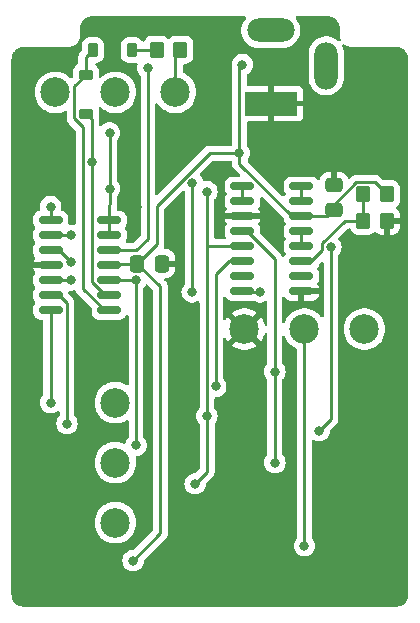
<source format=gbr>
%TF.GenerationSoftware,KiCad,Pcbnew,7.0.1*%
%TF.CreationDate,2023-11-18T18:07:09+02:00*%
%TF.ProjectId,Micr0,4d696372-302e-46b6-9963-61645f706362,rev?*%
%TF.SameCoordinates,Original*%
%TF.FileFunction,Copper,L2,Bot*%
%TF.FilePolarity,Positive*%
%FSLAX46Y46*%
G04 Gerber Fmt 4.6, Leading zero omitted, Abs format (unit mm)*
G04 Created by KiCad (PCBNEW 7.0.1) date 2023-11-18 18:07:09*
%MOMM*%
%LPD*%
G01*
G04 APERTURE LIST*
G04 Aperture macros list*
%AMRoundRect*
0 Rectangle with rounded corners*
0 $1 Rounding radius*
0 $2 $3 $4 $5 $6 $7 $8 $9 X,Y pos of 4 corners*
0 Add a 4 corners polygon primitive as box body*
4,1,4,$2,$3,$4,$5,$6,$7,$8,$9,$2,$3,0*
0 Add four circle primitives for the rounded corners*
1,1,$1+$1,$2,$3*
1,1,$1+$1,$4,$5*
1,1,$1+$1,$6,$7*
1,1,$1+$1,$8,$9*
0 Add four rect primitives between the rounded corners*
20,1,$1+$1,$2,$3,$4,$5,0*
20,1,$1+$1,$4,$5,$6,$7,0*
20,1,$1+$1,$6,$7,$8,$9,0*
20,1,$1+$1,$8,$9,$2,$3,0*%
G04 Aperture macros list end*
%TA.AperFunction,ComponentPad*%
%ADD10C,2.500000*%
%TD*%
%TA.AperFunction,SMDPad,CuDef*%
%ADD11RoundRect,0.225000X-0.225000X-0.375000X0.225000X-0.375000X0.225000X0.375000X-0.225000X0.375000X0*%
%TD*%
%TA.AperFunction,SMDPad,CuDef*%
%ADD12RoundRect,0.250000X-0.350000X-0.450000X0.350000X-0.450000X0.350000X0.450000X-0.350000X0.450000X0*%
%TD*%
%TA.AperFunction,SMDPad,CuDef*%
%ADD13RoundRect,0.150000X-0.850000X-0.150000X0.850000X-0.150000X0.850000X0.150000X-0.850000X0.150000X0*%
%TD*%
%TA.AperFunction,ComponentPad*%
%ADD14R,4.500000X2.000000*%
%TD*%
%TA.AperFunction,ComponentPad*%
%ADD15O,4.000000X2.000000*%
%TD*%
%TA.AperFunction,ComponentPad*%
%ADD16O,2.000000X4.000000*%
%TD*%
%TA.AperFunction,SMDPad,CuDef*%
%ADD17RoundRect,0.225000X0.375000X-0.225000X0.375000X0.225000X-0.375000X0.225000X-0.375000X-0.225000X0*%
%TD*%
%TA.AperFunction,SMDPad,CuDef*%
%ADD18RoundRect,0.250000X0.350000X0.450000X-0.350000X0.450000X-0.350000X-0.450000X0.350000X-0.450000X0*%
%TD*%
%TA.AperFunction,SMDPad,CuDef*%
%ADD19RoundRect,0.150000X0.825000X0.150000X-0.825000X0.150000X-0.825000X-0.150000X0.825000X-0.150000X0*%
%TD*%
%TA.AperFunction,SMDPad,CuDef*%
%ADD20RoundRect,0.250000X-0.337500X-0.475000X0.337500X-0.475000X0.337500X0.475000X-0.337500X0.475000X0*%
%TD*%
%TA.AperFunction,SMDPad,CuDef*%
%ADD21RoundRect,0.250000X0.475000X-0.337500X0.475000X0.337500X-0.475000X0.337500X-0.475000X-0.337500X0*%
%TD*%
%TA.AperFunction,ViaPad*%
%ADD22C,0.800000*%
%TD*%
%TA.AperFunction,Conductor*%
%ADD23C,0.250000*%
%TD*%
G04 APERTURE END LIST*
D10*
%TO.P,RV2,1,1*%
%TO.N,Net-(R6-Pad2)*%
X108580000Y-51850000D03*
%TO.P,RV2,2,2*%
%TO.N,Net-(C3-Pad1)*%
X103500000Y-51850000D03*
%TO.P,RV2,3,3*%
X98420000Y-51850000D03*
%TD*%
%TO.P,RV3,1,1*%
%TO.N,Net-(C4-Pad1)*%
X103500000Y-78120000D03*
%TO.P,RV3,2,2*%
%TO.N,Net-(U1C--)*%
X103500000Y-83200000D03*
%TO.P,RV3,3,3*%
%TO.N,unconnected-(RV3-Pad3)*%
X103500000Y-88280000D03*
%TD*%
%TO.P,RV1,1,1*%
%TO.N,GND*%
X114420000Y-71900000D03*
%TO.P,RV1,2,2*%
%TO.N,OUT_engi_pcb*%
X119500000Y-71900000D03*
%TO.P,RV1,3,3*%
%TO.N,Net-(C6-Pad2)*%
X124580000Y-71900000D03*
%TD*%
D11*
%TO.P,D2,1,K*%
%TO.N,Net-(D1-A)*%
X101600000Y-48250000D03*
%TO.P,D2,2,A*%
%TO.N,Net-(D2-A)*%
X104900000Y-48250000D03*
%TD*%
D12*
%TO.P,R16,1*%
%TO.N,Net-(U2A-+)*%
X124500000Y-62750000D03*
%TO.P,R16,2*%
%TO.N,GND*%
X126500000Y-62750000D03*
%TD*%
D13*
%TO.P,U2,1*%
%TO.N,Net-(Q1-C)*%
X114250000Y-68695000D03*
%TO.P,U2,2,DIODE_BIAS*%
%TO.N,unconnected-(U2C-DIODE_BIAS-Pad2)*%
X114250000Y-67425000D03*
%TO.P,U2,3,+*%
%TO.N,Net-(U2C-+)*%
X114250000Y-66155000D03*
%TO.P,U2,4,-*%
%TO.N,+5V*%
X114250000Y-64885000D03*
%TO.P,U2,5*%
%TO.N,Net-(U1C--)*%
X114250000Y-63615000D03*
%TO.P,U2,6,V-*%
%TO.N,GND*%
X114250000Y-62345000D03*
%TO.P,U2,7*%
%TO.N,Net-(U2-Pad7)*%
X114250000Y-61075000D03*
%TO.P,U2,8*%
X114250000Y-59805000D03*
%TO.P,U2,9*%
%TO.N,Net-(U2-Pad10)*%
X119250000Y-59805000D03*
%TO.P,U2,10*%
X119250000Y-61075000D03*
%TO.P,U2,11,V+*%
%TO.N,+9V*%
X119250000Y-62345000D03*
%TO.P,U2,12*%
%TO.N,Net-(U2A--)*%
X119250000Y-63615000D03*
%TO.P,U2,13,-*%
X119250000Y-64885000D03*
%TO.P,U2,14,+*%
%TO.N,Net-(U2A-+)*%
X119250000Y-66155000D03*
%TO.P,U2,15,DIODE_BIAS*%
%TO.N,unconnected-(U2A-DIODE_BIAS-Pad15)*%
X119250000Y-67425000D03*
%TO.P,U2,16*%
%TO.N,GND*%
X119250000Y-68695000D03*
%TD*%
D14*
%TO.P,J3,1*%
%TO.N,GND*%
X116650000Y-52800000D03*
D15*
%TO.P,J3,2*%
%TO.N,Net-(J3-Pad2)*%
X116650000Y-46600000D03*
D16*
%TO.P,J3,3*%
%TO.N,unconnected-(J3-Pad3)*%
X121350000Y-49600000D03*
%TD*%
D17*
%TO.P,D1,1,K*%
%TO.N,Net-(D1-K)*%
X101000000Y-53650000D03*
%TO.P,D1,2,A*%
%TO.N,Net-(D1-A)*%
X101000000Y-50350000D03*
%TD*%
D18*
%TO.P,R15,1*%
%TO.N,+9V*%
X126500000Y-60500000D03*
%TO.P,R15,2*%
%TO.N,Net-(U2A-+)*%
X124500000Y-60500000D03*
%TD*%
D19*
%TO.P,U1,1*%
%TO.N,+5V*%
X102975000Y-62690000D03*
%TO.P,U1,2,-*%
X102975000Y-63960000D03*
%TO.P,U1,3,+*%
%TO.N,Net-(U1A-+)*%
X102975000Y-65230000D03*
%TO.P,U1,4,V+*%
%TO.N,+9V*%
X102975000Y-66500000D03*
%TO.P,U1,5,+*%
%TO.N,Net-(U1B-+)*%
X102975000Y-67770000D03*
%TO.P,U1,6,-*%
%TO.N,Net-(D1-K)*%
X102975000Y-69040000D03*
%TO.P,U1,7*%
%TO.N,Net-(D1-A)*%
X102975000Y-70310000D03*
%TO.P,U1,8*%
%TO.N,Net-(C4-Pad1)*%
X98025000Y-70310000D03*
%TO.P,U1,9,-*%
%TO.N,Net-(U1C--)*%
X98025000Y-69040000D03*
%TO.P,U1,10,+*%
%TO.N,Net-(U1B-+)*%
X98025000Y-67770000D03*
%TO.P,U1,11,V-*%
%TO.N,GND*%
X98025000Y-66500000D03*
%TO.P,U1,12,+*%
%TO.N,Net-(U1D-+)*%
X98025000Y-65230000D03*
%TO.P,U1,13,-*%
%TO.N,Net-(D3-K)*%
X98025000Y-63960000D03*
%TO.P,U1,14*%
%TO.N,Net-(D3-A)*%
X98025000Y-62690000D03*
%TD*%
D20*
%TO.P,C7,1*%
%TO.N,+9V*%
X105362500Y-66350000D03*
%TO.P,C7,2*%
%TO.N,GND*%
X107437500Y-66350000D03*
%TD*%
D21*
%TO.P,C8,1*%
%TO.N,+9V*%
X122000000Y-61787500D03*
%TO.P,C8,2*%
%TO.N,GND*%
X122000000Y-59712500D03*
%TD*%
D12*
%TO.P,R6,1*%
%TO.N,Net-(D2-A)*%
X107000000Y-48250000D03*
%TO.P,R6,2*%
%TO.N,Net-(R6-Pad2)*%
X109000000Y-48250000D03*
%TD*%
D22*
%TO.N,GND*%
X95750000Y-73750000D03*
X101800000Y-46300000D03*
X104700000Y-54400000D03*
X117100000Y-58700000D03*
X116400000Y-62500000D03*
X108700000Y-86300000D03*
X106250000Y-73750000D03*
X126500000Y-73500000D03*
X112300000Y-62300000D03*
X106300000Y-86300000D03*
X118000000Y-73500000D03*
X96000000Y-66500000D03*
X118100000Y-70000000D03*
X108700000Y-84100000D03*
X107300000Y-57000000D03*
X122700000Y-57600000D03*
X112800000Y-46700000D03*
X108500000Y-62400000D03*
X102250000Y-73750000D03*
X105300000Y-61600000D03*
X95850000Y-88600000D03*
X95700000Y-53100000D03*
X106200000Y-84100000D03*
X109250000Y-73750000D03*
X110800000Y-53100000D03*
X117500000Y-88300000D03*
%TO.N,Net-(U1B-+)*%
X99750000Y-67750000D03*
X105250000Y-81750000D03*
X105250000Y-67750000D03*
%TO.N,+5V*%
X110250000Y-85000000D03*
X111250000Y-60250000D03*
X111250000Y-79250000D03*
X103000000Y-55300000D03*
X103000000Y-60000000D03*
%TO.N,Net-(C4-Pad1)*%
X98025000Y-78125000D03*
%TO.N,Net-(U1C--)*%
X117000000Y-75500000D03*
X117000000Y-83200000D03*
X99400000Y-79900000D03*
%TO.N,Net-(U1D-+)*%
X99750000Y-66250000D03*
%TO.N,Net-(C6-Pad1)*%
X120750000Y-80500000D03*
X121750000Y-64950000D03*
%TO.N,+9V*%
X114250000Y-49500000D03*
X105000000Y-91500000D03*
X114000000Y-57000000D03*
%TO.N,Net-(D1-K)*%
X101500000Y-57750000D03*
%TO.N,Net-(D3-K)*%
X99750000Y-63960000D03*
%TO.N,Net-(D3-A)*%
X98025000Y-61525000D03*
%TO.N,Net-(Q1-C)*%
X110000000Y-68750000D03*
X110000000Y-59500000D03*
X115750000Y-68750000D03*
%TO.N,Net-(U2C-+)*%
X112000000Y-76750000D03*
%TO.N,OUT_engi_pcb*%
X119500000Y-90250000D03*
%TO.N,Net-(U1A-+)*%
X106250000Y-49750000D03*
%TD*%
D23*
%TO.N,Net-(U1B-+)*%
X105250000Y-81750000D02*
X105250000Y-67770000D01*
X105250000Y-67770000D02*
X102975000Y-67770000D01*
X98025000Y-67770000D02*
X99730000Y-67770000D01*
X99750000Y-67750000D02*
X99730000Y-67770000D01*
%TO.N,+5V*%
X111250000Y-79250000D02*
X111250000Y-65000000D01*
X111275000Y-83975000D02*
X111275000Y-79275000D01*
X103000000Y-60000000D02*
X103000000Y-55300000D01*
X111250000Y-65000000D02*
X111250000Y-60250000D01*
X102975000Y-62690000D02*
X103000000Y-60000000D01*
X111275000Y-79275000D02*
X111250000Y-79250000D01*
X114250000Y-64885000D02*
X111365000Y-64885000D01*
X102975000Y-63960000D02*
X102975000Y-62690000D01*
X111365000Y-64885000D02*
X111250000Y-65000000D01*
X110250000Y-85000000D02*
X111275000Y-83975000D01*
%TO.N,Net-(C4-Pad1)*%
X98025000Y-78125000D02*
X98025000Y-70310000D01*
%TO.N,Net-(U1C--)*%
X114651751Y-63615000D02*
X114250000Y-63615000D01*
X117000000Y-65963249D02*
X114651751Y-63615000D01*
X117000000Y-83200000D02*
X117000000Y-65963249D01*
X99400000Y-69700000D02*
X98740000Y-69040000D01*
X98740000Y-69040000D02*
X98025000Y-69040000D01*
X99400000Y-79900000D02*
X99400000Y-69700000D01*
%TO.N,Net-(U1D-+)*%
X98730000Y-65230000D02*
X98025000Y-65230000D01*
X99750000Y-66250000D02*
X98730000Y-65230000D01*
%TO.N,Net-(C6-Pad1)*%
X121750000Y-64950000D02*
X121750000Y-79500000D01*
X121750000Y-79500000D02*
X120750000Y-80500000D01*
%TO.N,+9V*%
X122000000Y-61386827D02*
X123911827Y-59475000D01*
X119250000Y-62345000D02*
X118461751Y-62345000D01*
X125475000Y-59475000D02*
X126500000Y-60500000D01*
X107000000Y-61474695D02*
X107000000Y-64712500D01*
X107300000Y-68287500D02*
X105362500Y-66350000D01*
X103125000Y-66350000D02*
X102975000Y-66500000D01*
X114000000Y-57000000D02*
X111474695Y-57000000D01*
X123911827Y-59475000D02*
X125475000Y-59475000D01*
X114000000Y-57000000D02*
X114000000Y-49750000D01*
X107300000Y-89200000D02*
X107300000Y-68287500D01*
X114000000Y-49750000D02*
X114250000Y-49500000D01*
X118461751Y-62345000D02*
X114000000Y-57883249D01*
X121442500Y-62345000D02*
X122000000Y-61787500D01*
X105000000Y-91500000D02*
X107300000Y-89200000D01*
X111474695Y-57000000D02*
X107000000Y-61474695D01*
X119250000Y-62345000D02*
X121442500Y-62345000D01*
X107000000Y-64712500D02*
X105362500Y-66350000D01*
X122000000Y-61787500D02*
X122000000Y-61386827D01*
X105362500Y-66350000D02*
X103125000Y-66350000D01*
X114000000Y-57883249D02*
X114000000Y-57000000D01*
%TO.N,Net-(D1-K)*%
X101500000Y-57750000D02*
X101500000Y-67941751D01*
X101000000Y-53650000D02*
X101500000Y-54150000D01*
X101500000Y-54150000D02*
X101500000Y-57750000D01*
X102598249Y-69040000D02*
X102975000Y-69040000D01*
X101500000Y-67941751D02*
X102598249Y-69040000D01*
%TO.N,Net-(D1-A)*%
X100750000Y-54777817D02*
X100000000Y-54027817D01*
X100000000Y-54027817D02*
X100000000Y-51350000D01*
X102598249Y-70310000D02*
X100750000Y-68461751D01*
X102975000Y-70310000D02*
X102598249Y-70310000D01*
X100750000Y-68461751D02*
X100750000Y-54777817D01*
X101000000Y-48850000D02*
X101600000Y-48250000D01*
X101000000Y-50350000D02*
X101000000Y-48850000D01*
X100000000Y-51350000D02*
X101000000Y-50350000D01*
%TO.N,Net-(D2-A)*%
X104900000Y-48250000D02*
X107000000Y-48250000D01*
%TO.N,Net-(D3-K)*%
X99750000Y-63960000D02*
X98025000Y-63960000D01*
%TO.N,Net-(D3-A)*%
X98025000Y-61525000D02*
X98025000Y-62690000D01*
%TO.N,Net-(Q1-C)*%
X110000000Y-59500000D02*
X110000000Y-68750000D01*
X115750000Y-68750000D02*
X114305000Y-68750000D01*
X114305000Y-68750000D02*
X114250000Y-68695000D01*
%TO.N,Net-(R6-Pad2)*%
X108580000Y-48670000D02*
X109000000Y-48250000D01*
X108580000Y-51850000D02*
X108580000Y-48670000D01*
%TO.N,Net-(U2C-+)*%
X112000000Y-67250000D02*
X113095000Y-66155000D01*
X112000000Y-76750000D02*
X112000000Y-67250000D01*
X113095000Y-66155000D02*
X114250000Y-66155000D01*
%TO.N,Net-(U2A-+)*%
X121025000Y-64649695D02*
X122924695Y-62750000D01*
X121025000Y-65225000D02*
X121025000Y-64649695D01*
X122924695Y-62750000D02*
X124500000Y-62750000D01*
X119250000Y-66155000D02*
X120095000Y-66155000D01*
X120095000Y-66155000D02*
X121025000Y-65225000D01*
X124500000Y-62750000D02*
X124500000Y-60500000D01*
%TO.N,OUT_engi_pcb*%
X119500000Y-90250000D02*
X119500000Y-71900000D01*
%TO.N,Net-(U2-Pad7)*%
X114250000Y-61075000D02*
X114250000Y-59805000D01*
%TO.N,Net-(U2-Pad10)*%
X119250000Y-61075000D02*
X119250000Y-59805000D01*
%TO.N,Net-(U2A--)*%
X119250000Y-64885000D02*
X119250000Y-63615000D01*
%TO.N,Net-(U1A-+)*%
X106250000Y-49750000D02*
X106250000Y-64250000D01*
X106250000Y-64250000D02*
X105270000Y-65230000D01*
X105270000Y-65230000D02*
X102975000Y-65230000D01*
%TD*%
%TA.AperFunction,Conductor*%
%TO.N,GND*%
G36*
X121073386Y-66209133D02*
G01*
X121110985Y-66253156D01*
X121124500Y-66309451D01*
X121124500Y-70775103D01*
X121109694Y-70833863D01*
X121068811Y-70878590D01*
X121011615Y-70898604D01*
X120951765Y-70889125D01*
X120903553Y-70852416D01*
X120859365Y-70797006D01*
X120786805Y-70706019D01*
X120786801Y-70706015D01*
X120594485Y-70527571D01*
X120550053Y-70497278D01*
X120377704Y-70379772D01*
X120141323Y-70265937D01*
X119890615Y-70188604D01*
X119631182Y-70149500D01*
X119368818Y-70149500D01*
X119109385Y-70188604D01*
X118858677Y-70265937D01*
X118622296Y-70379772D01*
X118552922Y-70427070D01*
X118405514Y-70527571D01*
X118213198Y-70706015D01*
X118049613Y-70911143D01*
X117918431Y-71138358D01*
X117864928Y-71274683D01*
X117823878Y-71328598D01*
X117760615Y-71352882D01*
X117694033Y-71340284D01*
X117644016Y-71294566D01*
X117625500Y-71229381D01*
X117625500Y-69265570D01*
X117641983Y-69203795D01*
X117687051Y-69158443D01*
X117748721Y-69141572D01*
X117810598Y-69157667D01*
X117856232Y-69202449D01*
X117882317Y-69246557D01*
X117998442Y-69362682D01*
X118139802Y-69446282D01*
X118297506Y-69492099D01*
X118334361Y-69495000D01*
X119000000Y-69495000D01*
X119000000Y-68945000D01*
X119500000Y-68945000D01*
X119500000Y-69495000D01*
X120165639Y-69495000D01*
X120202493Y-69492099D01*
X120360197Y-69446282D01*
X120501557Y-69362682D01*
X120617682Y-69246557D01*
X120701280Y-69105200D01*
X120747099Y-68947488D01*
X120747295Y-68945000D01*
X119500000Y-68945000D01*
X119000000Y-68945000D01*
X119000000Y-68569000D01*
X119016613Y-68507000D01*
X119062000Y-68461613D01*
X119124000Y-68445000D01*
X120747295Y-68445000D01*
X120747295Y-68444999D01*
X120747099Y-68442511D01*
X120701280Y-68284799D01*
X120609709Y-68129960D01*
X120611296Y-68129020D01*
X120590179Y-68092444D01*
X120590182Y-68028254D01*
X120611569Y-67991213D01*
X120610107Y-67990349D01*
X120662900Y-67901080D01*
X120701744Y-67835398D01*
X120747598Y-67677569D01*
X120750500Y-67640694D01*
X120750500Y-67209306D01*
X120747598Y-67172431D01*
X120739373Y-67144122D01*
X120701744Y-67014602D01*
X120640001Y-66910200D01*
X120618081Y-66873135D01*
X120618080Y-66873134D01*
X120610107Y-66859652D01*
X120611680Y-66858721D01*
X120590533Y-66822094D01*
X120590533Y-66757906D01*
X120611680Y-66721278D01*
X120610107Y-66720348D01*
X120618081Y-66706865D01*
X120701744Y-66565398D01*
X120747142Y-66409136D01*
X120778534Y-66356054D01*
X120912822Y-66221766D01*
X120962182Y-66191520D01*
X121019898Y-66186978D01*
X121073386Y-66209133D01*
G37*
%TD.AperFunction*%
%TA.AperFunction,Conductor*%
G36*
X113312500Y-57642113D02*
G01*
X113357887Y-57687500D01*
X113374500Y-57749500D01*
X113374500Y-57800505D01*
X113372235Y-57821011D01*
X113374439Y-57891122D01*
X113374500Y-57895017D01*
X113374500Y-57922598D01*
X113375003Y-57926583D01*
X113375918Y-57938216D01*
X113377290Y-57981875D01*
X113382879Y-58001109D01*
X113386825Y-58020165D01*
X113389335Y-58040041D01*
X113405414Y-58080653D01*
X113409197Y-58091700D01*
X113421382Y-58133640D01*
X113431580Y-58150884D01*
X113440136Y-58168349D01*
X113447514Y-58186981D01*
X113447515Y-58186982D01*
X113473180Y-58222308D01*
X113479593Y-58232071D01*
X113501826Y-58269665D01*
X113501829Y-58269668D01*
X113501830Y-58269669D01*
X113515995Y-58283834D01*
X113528627Y-58298624D01*
X113540406Y-58314836D01*
X113574058Y-58342675D01*
X113582699Y-58350538D01*
X114024980Y-58792819D01*
X114055230Y-58842182D01*
X114059772Y-58899898D01*
X114037617Y-58953385D01*
X113993594Y-58990985D01*
X113937299Y-59004500D01*
X113334306Y-59004500D01*
X113322014Y-59005467D01*
X113297427Y-59007402D01*
X113139602Y-59053255D01*
X112998134Y-59136919D01*
X112881919Y-59253134D01*
X112798255Y-59394602D01*
X112752402Y-59552427D01*
X112749500Y-59589308D01*
X112749500Y-60020692D01*
X112752402Y-60057572D01*
X112798255Y-60215397D01*
X112889893Y-60370348D01*
X112888319Y-60371278D01*
X112909467Y-60407906D01*
X112909467Y-60472094D01*
X112888319Y-60508721D01*
X112889893Y-60509652D01*
X112798255Y-60664602D01*
X112752402Y-60822427D01*
X112750467Y-60847014D01*
X112749500Y-60859306D01*
X112749500Y-61290694D01*
X112750012Y-61297203D01*
X112752402Y-61327572D01*
X112798255Y-61485397D01*
X112889893Y-61640348D01*
X112888430Y-61641212D01*
X112909819Y-61678256D01*
X112909821Y-61742440D01*
X112888703Y-61779022D01*
X112890291Y-61779961D01*
X112798719Y-61934799D01*
X112752900Y-62092511D01*
X112752704Y-62094999D01*
X112752705Y-62095000D01*
X115747295Y-62095000D01*
X115747295Y-62094999D01*
X115747099Y-62092511D01*
X115701280Y-61934799D01*
X115609709Y-61779960D01*
X115611296Y-61779020D01*
X115590179Y-61742444D01*
X115590182Y-61678254D01*
X115611569Y-61641213D01*
X115610107Y-61640349D01*
X115671038Y-61537319D01*
X115701744Y-61485398D01*
X115747598Y-61327569D01*
X115750500Y-61290694D01*
X115750500Y-60859306D01*
X115747744Y-60824290D01*
X115757560Y-60765317D01*
X115793832Y-60717790D01*
X115848127Y-60692759D01*
X115907823Y-60696045D01*
X115959043Y-60726882D01*
X117713448Y-62481287D01*
X117738376Y-62517054D01*
X117749385Y-62559238D01*
X117752402Y-62597572D01*
X117798255Y-62755397D01*
X117889893Y-62910348D01*
X117888319Y-62911278D01*
X117909467Y-62947906D01*
X117909467Y-63012094D01*
X117888319Y-63048721D01*
X117889893Y-63049652D01*
X117798255Y-63204602D01*
X117752402Y-63362427D01*
X117749500Y-63399308D01*
X117749500Y-63830692D01*
X117752402Y-63867572D01*
X117798255Y-64025397D01*
X117798256Y-64025398D01*
X117874975Y-64155124D01*
X117889893Y-64180348D01*
X117888319Y-64181278D01*
X117909467Y-64217906D01*
X117909467Y-64282094D01*
X117888319Y-64318721D01*
X117889893Y-64319652D01*
X117798255Y-64474602D01*
X117752402Y-64632427D01*
X117749500Y-64669308D01*
X117749500Y-65100692D01*
X117752402Y-65137572D01*
X117798255Y-65295397D01*
X117889893Y-65450348D01*
X117888319Y-65451278D01*
X117909467Y-65487906D01*
X117909467Y-65552094D01*
X117888319Y-65588722D01*
X117889893Y-65589653D01*
X117881920Y-65603133D01*
X117881919Y-65603135D01*
X117837707Y-65677894D01*
X117803020Y-65736546D01*
X117763387Y-65777701D01*
X117709508Y-65796717D01*
X117652822Y-65789556D01*
X117605365Y-65757738D01*
X117587338Y-65725902D01*
X117586592Y-65726344D01*
X117578619Y-65712862D01*
X117578618Y-65712859D01*
X117568414Y-65695604D01*
X117559861Y-65678144D01*
X117552486Y-65659518D01*
X117552486Y-65659517D01*
X117526808Y-65624174D01*
X117520401Y-65614420D01*
X117513360Y-65602514D01*
X117498170Y-65576829D01*
X117484006Y-65562664D01*
X117471367Y-65547866D01*
X117459595Y-65531662D01*
X117425941Y-65503822D01*
X117417299Y-65495958D01*
X115786819Y-63865477D01*
X115759939Y-63825249D01*
X115750500Y-63777796D01*
X115750500Y-63399308D01*
X115750060Y-63393721D01*
X115747598Y-63362431D01*
X115746047Y-63357094D01*
X115701744Y-63204602D01*
X115640118Y-63100398D01*
X115618081Y-63063135D01*
X115618080Y-63063134D01*
X115610107Y-63049652D01*
X115611569Y-63048786D01*
X115590178Y-63011733D01*
X115590182Y-62947540D01*
X115611296Y-62910979D01*
X115609709Y-62910040D01*
X115701280Y-62755200D01*
X115747099Y-62597488D01*
X115747295Y-62595000D01*
X112752704Y-62595000D01*
X112752900Y-62597488D01*
X112798719Y-62755200D01*
X112890291Y-62910040D01*
X112888703Y-62910978D01*
X112909817Y-62947547D01*
X112909822Y-63011728D01*
X112888431Y-63048787D01*
X112889893Y-63049652D01*
X112798255Y-63204602D01*
X112752402Y-63362427D01*
X112749500Y-63399308D01*
X112749500Y-63830692D01*
X112752402Y-63867572D01*
X112798255Y-64025397D01*
X112826040Y-64072379D01*
X112843304Y-64134526D01*
X112827018Y-64196937D01*
X112781589Y-64242725D01*
X112719308Y-64259500D01*
X111999500Y-64259500D01*
X111937500Y-64242887D01*
X111892113Y-64197500D01*
X111875500Y-64135500D01*
X111875500Y-60948687D01*
X111883736Y-60904249D01*
X111907347Y-60865717D01*
X111982533Y-60782216D01*
X112030289Y-60699501D01*
X112077179Y-60618284D01*
X112079823Y-60610146D01*
X112135674Y-60438256D01*
X112155460Y-60250000D01*
X112135674Y-60061744D01*
X112098030Y-59945887D01*
X112077179Y-59881715D01*
X111982533Y-59717783D01*
X111855870Y-59577110D01*
X111702730Y-59465848D01*
X111529802Y-59388855D01*
X111344648Y-59349500D01*
X111344646Y-59349500D01*
X111155354Y-59349500D01*
X111106585Y-59359866D01*
X111023780Y-59377466D01*
X110963820Y-59375371D01*
X110911862Y-59345373D01*
X110880069Y-59294493D01*
X110827179Y-59131715D01*
X110732535Y-58967786D01*
X110714886Y-58948185D01*
X110649688Y-58875776D01*
X110621018Y-58820700D01*
X110622644Y-58758627D01*
X110654157Y-58705127D01*
X111697466Y-57661819D01*
X111737695Y-57634939D01*
X111785148Y-57625500D01*
X113250500Y-57625500D01*
X113312500Y-57642113D01*
G37*
%TD.AperFunction*%
%TA.AperFunction,Conductor*%
G36*
X114494188Y-45419312D02*
G01*
X114539926Y-45470040D01*
X114551864Y-45537292D01*
X114526379Y-45600662D01*
X114389529Y-45776485D01*
X114271170Y-45995194D01*
X114190429Y-46230384D01*
X114149500Y-46475665D01*
X114149500Y-46724335D01*
X114190429Y-46969615D01*
X114255669Y-47159651D01*
X114271172Y-47204810D01*
X114385520Y-47416106D01*
X114389529Y-47423514D01*
X114457646Y-47511030D01*
X114542262Y-47619744D01*
X114725215Y-47788164D01*
X114933393Y-47924173D01*
X115161119Y-48024063D01*
X115402179Y-48085108D01*
X115476480Y-48091264D01*
X115587927Y-48100500D01*
X115587933Y-48100500D01*
X117712067Y-48100500D01*
X117712073Y-48100500D01*
X117813387Y-48092104D01*
X117897821Y-48085108D01*
X118138881Y-48024063D01*
X118366607Y-47924173D01*
X118574785Y-47788164D01*
X118757738Y-47619744D01*
X118910474Y-47423509D01*
X119028828Y-47204810D01*
X119109571Y-46969614D01*
X119150500Y-46724335D01*
X119150500Y-46475665D01*
X119109571Y-46230386D01*
X119028828Y-45995190D01*
X118910474Y-45776491D01*
X118910471Y-45776487D01*
X118910470Y-45776485D01*
X118773621Y-45600662D01*
X118748136Y-45537292D01*
X118760074Y-45470040D01*
X118805812Y-45419312D01*
X118871474Y-45400500D01*
X121494587Y-45400500D01*
X121505392Y-45400972D01*
X121517433Y-45402025D01*
X121544880Y-45404426D01*
X121545961Y-45404526D01*
X121671776Y-45416918D01*
X121691685Y-45420541D01*
X121756467Y-45437899D01*
X121760203Y-45438966D01*
X121851570Y-45466682D01*
X121867959Y-45472952D01*
X121933867Y-45503686D01*
X121939867Y-45506685D01*
X121982639Y-45529548D01*
X122019046Y-45549008D01*
X122031715Y-45556791D01*
X122092889Y-45599625D01*
X122100430Y-45605346D01*
X122168455Y-45661172D01*
X122177472Y-45669345D01*
X122230653Y-45722526D01*
X122238826Y-45731543D01*
X122294652Y-45799568D01*
X122300373Y-45807109D01*
X122343207Y-45868283D01*
X122350990Y-45880952D01*
X122393304Y-45960114D01*
X122396328Y-45966163D01*
X122427041Y-46032027D01*
X122433319Y-46048436D01*
X122461008Y-46139713D01*
X122462123Y-46143616D01*
X122479454Y-46208298D01*
X122483082Y-46228238D01*
X122495456Y-46353882D01*
X122495581Y-46355223D01*
X122499028Y-46394604D01*
X122499500Y-46405416D01*
X122499500Y-47087533D01*
X122512216Y-47159650D01*
X122529898Y-47259935D01*
X122529899Y-47259937D01*
X122563793Y-47353061D01*
X122569542Y-47416106D01*
X122543422Y-47473772D01*
X122492240Y-47511030D01*
X122429337Y-47518167D01*
X122371109Y-47493324D01*
X122173514Y-47339529D01*
X122173510Y-47339526D01*
X122173509Y-47339526D01*
X121954810Y-47221172D01*
X121954806Y-47221170D01*
X121954805Y-47221170D01*
X121719615Y-47140429D01*
X121474335Y-47099500D01*
X121225665Y-47099500D01*
X120980384Y-47140429D01*
X120745194Y-47221170D01*
X120526485Y-47339529D01*
X120330259Y-47492259D01*
X120330256Y-47492261D01*
X120330256Y-47492262D01*
X120161836Y-47675215D01*
X120127813Y-47727292D01*
X120025825Y-47883395D01*
X119942676Y-48072957D01*
X119925937Y-48111119D01*
X119887364Y-48263440D01*
X119864891Y-48352183D01*
X119849500Y-48537927D01*
X119849500Y-50662073D01*
X119864891Y-50847816D01*
X119864891Y-50847819D01*
X119864892Y-50847821D01*
X119925937Y-51088881D01*
X119951855Y-51147968D01*
X120025825Y-51316604D01*
X120025827Y-51316607D01*
X120161836Y-51524785D01*
X120330256Y-51707738D01*
X120330259Y-51707740D01*
X120526485Y-51860470D01*
X120526487Y-51860471D01*
X120526491Y-51860474D01*
X120745190Y-51978828D01*
X120980386Y-52059571D01*
X121225665Y-52100500D01*
X121474335Y-52100500D01*
X121719614Y-52059571D01*
X121954810Y-51978828D01*
X122173509Y-51860474D01*
X122369744Y-51707738D01*
X122538164Y-51524785D01*
X122674173Y-51316607D01*
X122774063Y-51088881D01*
X122835108Y-50847821D01*
X122850500Y-50662067D01*
X122850500Y-48537933D01*
X122849765Y-48529064D01*
X122835663Y-48358878D01*
X122835108Y-48352179D01*
X122774063Y-48111119D01*
X122699634Y-47941438D01*
X122690128Y-47876403D01*
X122715197Y-47815645D01*
X122767797Y-47776235D01*
X122833150Y-47769245D01*
X122892896Y-47796639D01*
X122923944Y-47822692D01*
X122998249Y-47865592D01*
X123075555Y-47910225D01*
X123240062Y-47970101D01*
X123320676Y-47984315D01*
X123412467Y-48000500D01*
X123412468Y-48000500D01*
X123499901Y-48000500D01*
X123500000Y-48000500D01*
X123500500Y-48000500D01*
X127294587Y-48000500D01*
X127305392Y-48000972D01*
X127317433Y-48002025D01*
X127344880Y-48004426D01*
X127345961Y-48004526D01*
X127471776Y-48016918D01*
X127491685Y-48020541D01*
X127556467Y-48037899D01*
X127560203Y-48038966D01*
X127651570Y-48066682D01*
X127667959Y-48072952D01*
X127733867Y-48103686D01*
X127739867Y-48106685D01*
X127782639Y-48129548D01*
X127819046Y-48149008D01*
X127831715Y-48156791D01*
X127892889Y-48199625D01*
X127900430Y-48205346D01*
X127968455Y-48261172D01*
X127977472Y-48269345D01*
X128030653Y-48322526D01*
X128038826Y-48331543D01*
X128094652Y-48399568D01*
X128100373Y-48407109D01*
X128143207Y-48468283D01*
X128150990Y-48480952D01*
X128193304Y-48560114D01*
X128196328Y-48566163D01*
X128227041Y-48632027D01*
X128233319Y-48648436D01*
X128261008Y-48739713D01*
X128262123Y-48743616D01*
X128279454Y-48808298D01*
X128283082Y-48828238D01*
X128295456Y-48953882D01*
X128295581Y-48955223D01*
X128299028Y-48994604D01*
X128299500Y-49005416D01*
X128299500Y-94394584D01*
X128299028Y-94405397D01*
X128295581Y-94444776D01*
X128295456Y-94446116D01*
X128283082Y-94571760D01*
X128279454Y-94591700D01*
X128262123Y-94656382D01*
X128261008Y-94660285D01*
X128233319Y-94751562D01*
X128227041Y-94767971D01*
X128196328Y-94833835D01*
X128193304Y-94839884D01*
X128150990Y-94919046D01*
X128143207Y-94931715D01*
X128100373Y-94992889D01*
X128094652Y-95000430D01*
X128038826Y-95068455D01*
X128030653Y-95077472D01*
X127977472Y-95130653D01*
X127968455Y-95138826D01*
X127900430Y-95194652D01*
X127892889Y-95200373D01*
X127831715Y-95243207D01*
X127819046Y-95250990D01*
X127739884Y-95293304D01*
X127733835Y-95296328D01*
X127667971Y-95327041D01*
X127651562Y-95333319D01*
X127560285Y-95361008D01*
X127556382Y-95362123D01*
X127491700Y-95379454D01*
X127471760Y-95383082D01*
X127346116Y-95395456D01*
X127344776Y-95395581D01*
X127309760Y-95398646D01*
X127305392Y-95399028D01*
X127294584Y-95399500D01*
X95705416Y-95399500D01*
X95694606Y-95399028D01*
X95692001Y-95398800D01*
X95655223Y-95395581D01*
X95653882Y-95395456D01*
X95528238Y-95383082D01*
X95508298Y-95379454D01*
X95443616Y-95362123D01*
X95439713Y-95361008D01*
X95348436Y-95333319D01*
X95332027Y-95327041D01*
X95266163Y-95296328D01*
X95260114Y-95293304D01*
X95180952Y-95250990D01*
X95168283Y-95243207D01*
X95107109Y-95200373D01*
X95099568Y-95194652D01*
X95031543Y-95138826D01*
X95022526Y-95130653D01*
X94969345Y-95077472D01*
X94961172Y-95068455D01*
X94905346Y-95000430D01*
X94899625Y-94992889D01*
X94856791Y-94931715D01*
X94849008Y-94919046D01*
X94829548Y-94882639D01*
X94806685Y-94839867D01*
X94803686Y-94833867D01*
X94772952Y-94767959D01*
X94766682Y-94751570D01*
X94738966Y-94660203D01*
X94737899Y-94656467D01*
X94720541Y-94591685D01*
X94716918Y-94571776D01*
X94704526Y-94445961D01*
X94704417Y-94444776D01*
X94700972Y-94405392D01*
X94700500Y-94394587D01*
X94700500Y-88280000D01*
X101744591Y-88280000D01*
X101764197Y-88541627D01*
X101822580Y-88797418D01*
X101918431Y-89041641D01*
X102043913Y-89258984D01*
X102049614Y-89268857D01*
X102213195Y-89473981D01*
X102213197Y-89473983D01*
X102213198Y-89473984D01*
X102405514Y-89652428D01*
X102405520Y-89652432D01*
X102405521Y-89652433D01*
X102622296Y-89800228D01*
X102858677Y-89914063D01*
X103109385Y-89991396D01*
X103368818Y-90030500D01*
X103631182Y-90030500D01*
X103890615Y-89991396D01*
X104141323Y-89914063D01*
X104377704Y-89800228D01*
X104594479Y-89652433D01*
X104594482Y-89652429D01*
X104594485Y-89652428D01*
X104736200Y-89520935D01*
X104786805Y-89473981D01*
X104950386Y-89268857D01*
X105081568Y-89041643D01*
X105177420Y-88797416D01*
X105235802Y-88541630D01*
X105255408Y-88280000D01*
X105235802Y-88018370D01*
X105177420Y-87762584D01*
X105081568Y-87518357D01*
X104950386Y-87291143D01*
X104786805Y-87086019D01*
X104786801Y-87086015D01*
X104594485Y-86907571D01*
X104577170Y-86895766D01*
X104377704Y-86759772D01*
X104141323Y-86645937D01*
X103890615Y-86568604D01*
X103631182Y-86529500D01*
X103368818Y-86529500D01*
X103109385Y-86568604D01*
X102858677Y-86645937D01*
X102622296Y-86759772D01*
X102552922Y-86807070D01*
X102405514Y-86907571D01*
X102213198Y-87086015D01*
X102049613Y-87291143D01*
X101918431Y-87518358D01*
X101822580Y-87762581D01*
X101764197Y-88018372D01*
X101744591Y-88280000D01*
X94700500Y-88280000D01*
X94700500Y-70525694D01*
X96549500Y-70525694D01*
X96549648Y-70527571D01*
X96552402Y-70562572D01*
X96598255Y-70720397D01*
X96665359Y-70833863D01*
X96681919Y-70861865D01*
X96798135Y-70978081D01*
X96939601Y-71061743D01*
X96939602Y-71061744D01*
X97097427Y-71107597D01*
X97097431Y-71107598D01*
X97134306Y-71110500D01*
X97275500Y-71110500D01*
X97337500Y-71127113D01*
X97382887Y-71172500D01*
X97399500Y-71234500D01*
X97399500Y-77426313D01*
X97391264Y-77470751D01*
X97367652Y-77509282D01*
X97334545Y-77546051D01*
X97292464Y-77592786D01*
X97197820Y-77756715D01*
X97139326Y-77936742D01*
X97119540Y-78124999D01*
X97139326Y-78313257D01*
X97197820Y-78493284D01*
X97292466Y-78657216D01*
X97419129Y-78797889D01*
X97572269Y-78909151D01*
X97745197Y-78986144D01*
X97930352Y-79025500D01*
X97930354Y-79025500D01*
X98119646Y-79025500D01*
X98119648Y-79025500D01*
X98243084Y-78999262D01*
X98304803Y-78986144D01*
X98477730Y-78909151D01*
X98577614Y-78836580D01*
X98640771Y-78813281D01*
X98706795Y-78826414D01*
X98756227Y-78872109D01*
X98774500Y-78936899D01*
X98774500Y-79201313D01*
X98766264Y-79245751D01*
X98742652Y-79284282D01*
X98715912Y-79313981D01*
X98667464Y-79367786D01*
X98572820Y-79531715D01*
X98514326Y-79711742D01*
X98495225Y-79893481D01*
X98494540Y-79900000D01*
X98495729Y-79911311D01*
X98514326Y-80088257D01*
X98572820Y-80268284D01*
X98667466Y-80432216D01*
X98794129Y-80572889D01*
X98947269Y-80684151D01*
X99120197Y-80761144D01*
X99305352Y-80800500D01*
X99305354Y-80800500D01*
X99494646Y-80800500D01*
X99494648Y-80800500D01*
X99618083Y-80774262D01*
X99679803Y-80761144D01*
X99852730Y-80684151D01*
X100005871Y-80572888D01*
X100132533Y-80432216D01*
X100227179Y-80268284D01*
X100285674Y-80088256D01*
X100305460Y-79900000D01*
X100285674Y-79711744D01*
X100249815Y-79601382D01*
X100227179Y-79531715D01*
X100132535Y-79367786D01*
X100084088Y-79313981D01*
X100057347Y-79284282D01*
X100033736Y-79245751D01*
X100025500Y-79201313D01*
X100025500Y-69782744D01*
X100027764Y-69762237D01*
X100027211Y-69744652D01*
X100025561Y-69692127D01*
X100025500Y-69688232D01*
X100025500Y-69660653D01*
X100024997Y-69656672D01*
X100024080Y-69645019D01*
X100024014Y-69642906D01*
X100022709Y-69601373D01*
X100017120Y-69582140D01*
X100013174Y-69563082D01*
X100010664Y-69543206D01*
X99994588Y-69502604D01*
X99990804Y-69491553D01*
X99982765Y-69463885D01*
X99978618Y-69449610D01*
X99968414Y-69432355D01*
X99959861Y-69414895D01*
X99952486Y-69396268D01*
X99926808Y-69360925D01*
X99920401Y-69351171D01*
X99898169Y-69313579D01*
X99884006Y-69299416D01*
X99871367Y-69284617D01*
X99859595Y-69268413D01*
X99825941Y-69240573D01*
X99817299Y-69232709D01*
X99536819Y-68952228D01*
X99509939Y-68912000D01*
X99500500Y-68864547D01*
X99500500Y-68824311D01*
X99499419Y-68810573D01*
X99497598Y-68787431D01*
X99497597Y-68787427D01*
X99496982Y-68779613D01*
X99505731Y-68723181D01*
X99538841Y-68676655D01*
X99589291Y-68649901D01*
X99646381Y-68648593D01*
X99655353Y-68650500D01*
X99655354Y-68650500D01*
X99844646Y-68650500D01*
X99844647Y-68650500D01*
X99942964Y-68629602D01*
X100022802Y-68612632D01*
X100084006Y-68615090D01*
X100136567Y-68646545D01*
X100167657Y-68699323D01*
X100171380Y-68712139D01*
X100181580Y-68729386D01*
X100190136Y-68746851D01*
X100197514Y-68765483D01*
X100197515Y-68765484D01*
X100223180Y-68800810D01*
X100229593Y-68810573D01*
X100251826Y-68848167D01*
X100251829Y-68848170D01*
X100251830Y-68848171D01*
X100265995Y-68862336D01*
X100278627Y-68877126D01*
X100290406Y-68893338D01*
X100324058Y-68921177D01*
X100332699Y-68929040D01*
X101463181Y-70059523D01*
X101490061Y-70099751D01*
X101499500Y-70147204D01*
X101499500Y-70525694D01*
X101499648Y-70527571D01*
X101502402Y-70562572D01*
X101548255Y-70720397D01*
X101615359Y-70833863D01*
X101631919Y-70861865D01*
X101748135Y-70978081D01*
X101889601Y-71061743D01*
X101889602Y-71061744D01*
X102047427Y-71107597D01*
X102047431Y-71107598D01*
X102084306Y-71110500D01*
X103865692Y-71110500D01*
X103865694Y-71110500D01*
X103902569Y-71107598D01*
X104060398Y-71061744D01*
X104201865Y-70978081D01*
X104318081Y-70861865D01*
X104393767Y-70733885D01*
X104439402Y-70689103D01*
X104501279Y-70673008D01*
X104562949Y-70689879D01*
X104608017Y-70735231D01*
X104624500Y-70797006D01*
X104624500Y-76533415D01*
X104606709Y-76597412D01*
X104558442Y-76643045D01*
X104493548Y-76657220D01*
X104430649Y-76635869D01*
X104377705Y-76599772D01*
X104239912Y-76533415D01*
X104141323Y-76485937D01*
X103890615Y-76408604D01*
X103631182Y-76369500D01*
X103368818Y-76369500D01*
X103109385Y-76408604D01*
X102858677Y-76485937D01*
X102622296Y-76599772D01*
X102569352Y-76635869D01*
X102405514Y-76747571D01*
X102213198Y-76926015D01*
X102049613Y-77131143D01*
X101918431Y-77358358D01*
X101822580Y-77602581D01*
X101764197Y-77858372D01*
X101744591Y-78120000D01*
X101764197Y-78381627D01*
X101822580Y-78637418D01*
X101885561Y-78797889D01*
X101918432Y-78881643D01*
X102049614Y-79108857D01*
X102213195Y-79313981D01*
X102213197Y-79313983D01*
X102213198Y-79313984D01*
X102405514Y-79492428D01*
X102405520Y-79492432D01*
X102405521Y-79492433D01*
X102622296Y-79640228D01*
X102858677Y-79754063D01*
X103109385Y-79831396D01*
X103368818Y-79870500D01*
X103631182Y-79870500D01*
X103890615Y-79831396D01*
X104141323Y-79754063D01*
X104377704Y-79640228D01*
X104409890Y-79618284D01*
X104430649Y-79604131D01*
X104493548Y-79582780D01*
X104558442Y-79596955D01*
X104606709Y-79642588D01*
X104624500Y-79706585D01*
X104624500Y-81051313D01*
X104616264Y-81095751D01*
X104592652Y-81134282D01*
X104576521Y-81152198D01*
X104517464Y-81217786D01*
X104422820Y-81381715D01*
X104376834Y-81523248D01*
X104337658Y-81580709D01*
X104273709Y-81608043D01*
X104205103Y-81596651D01*
X104141323Y-81565937D01*
X104002928Y-81523248D01*
X103890615Y-81488604D01*
X103631182Y-81449500D01*
X103368818Y-81449500D01*
X103109385Y-81488604D01*
X102858677Y-81565937D01*
X102622296Y-81679772D01*
X102552922Y-81727070D01*
X102405514Y-81827571D01*
X102213198Y-82006015D01*
X102049613Y-82211143D01*
X101918431Y-82438358D01*
X101822580Y-82682581D01*
X101764197Y-82938372D01*
X101744591Y-83200000D01*
X101764197Y-83461627D01*
X101822580Y-83717418D01*
X101918431Y-83961641D01*
X102048946Y-84187701D01*
X102049614Y-84188857D01*
X102213195Y-84393981D01*
X102213197Y-84393983D01*
X102213198Y-84393984D01*
X102405514Y-84572428D01*
X102405520Y-84572432D01*
X102405521Y-84572433D01*
X102622296Y-84720228D01*
X102858677Y-84834063D01*
X103109385Y-84911396D01*
X103368818Y-84950500D01*
X103631182Y-84950500D01*
X103890615Y-84911396D01*
X104141323Y-84834063D01*
X104377704Y-84720228D01*
X104594479Y-84572433D01*
X104594482Y-84572429D01*
X104594485Y-84572428D01*
X104770630Y-84408989D01*
X104786805Y-84393981D01*
X104950386Y-84188857D01*
X105081568Y-83961643D01*
X105177420Y-83717416D01*
X105235802Y-83461630D01*
X105255408Y-83200000D01*
X105235802Y-82938370D01*
X105204697Y-82802091D01*
X105204697Y-82746908D01*
X105228641Y-82697188D01*
X105271786Y-82662780D01*
X105325588Y-82650500D01*
X105344648Y-82650500D01*
X105468084Y-82624262D01*
X105529803Y-82611144D01*
X105702730Y-82534151D01*
X105747928Y-82501313D01*
X105855870Y-82422889D01*
X105982533Y-82282216D01*
X106077179Y-82118284D01*
X106113656Y-82006019D01*
X106135674Y-81938256D01*
X106155460Y-81750000D01*
X106135674Y-81561744D01*
X106105332Y-81468363D01*
X106077179Y-81381715D01*
X105982535Y-81217786D01*
X105942108Y-81172888D01*
X105907347Y-81134282D01*
X105883736Y-81095751D01*
X105875500Y-81051313D01*
X105875500Y-68448687D01*
X105883736Y-68404249D01*
X105907347Y-68365717D01*
X105982533Y-68282216D01*
X105985157Y-68277672D01*
X106058243Y-68151082D01*
X106096739Y-68109980D01*
X106149444Y-68090143D01*
X106205488Y-68095663D01*
X106253311Y-68125401D01*
X106638181Y-68510271D01*
X106665061Y-68550499D01*
X106674500Y-68597952D01*
X106674500Y-88889547D01*
X106665061Y-88937000D01*
X106638181Y-88977228D01*
X105052228Y-90563181D01*
X105012000Y-90590061D01*
X104964547Y-90599500D01*
X104905352Y-90599500D01*
X104720197Y-90638855D01*
X104547269Y-90715848D01*
X104394129Y-90827110D01*
X104267466Y-90967783D01*
X104172820Y-91131715D01*
X104114326Y-91311742D01*
X104094540Y-91500000D01*
X104114326Y-91688257D01*
X104172820Y-91868284D01*
X104267466Y-92032216D01*
X104394129Y-92172889D01*
X104547269Y-92284151D01*
X104720197Y-92361144D01*
X104905352Y-92400500D01*
X104905354Y-92400500D01*
X105094646Y-92400500D01*
X105094648Y-92400500D01*
X105218084Y-92374262D01*
X105279803Y-92361144D01*
X105452730Y-92284151D01*
X105605871Y-92172888D01*
X105732533Y-92032216D01*
X105827179Y-91868284D01*
X105885674Y-91688256D01*
X105903322Y-91520341D01*
X105914720Y-91479927D01*
X105938957Y-91445632D01*
X107683789Y-89700800D01*
X107699885Y-89687906D01*
X107701873Y-89685787D01*
X107701877Y-89685786D01*
X107747948Y-89636723D01*
X107750566Y-89634023D01*
X107770120Y-89614471D01*
X107772581Y-89611298D01*
X107780156Y-89602427D01*
X107810062Y-89570582D01*
X107819717Y-89553018D01*
X107830394Y-89536764D01*
X107842673Y-89520936D01*
X107860018Y-89480852D01*
X107865160Y-89470356D01*
X107886197Y-89432092D01*
X107891179Y-89412684D01*
X107897481Y-89394280D01*
X107905437Y-89375896D01*
X107912269Y-89332752D01*
X107914633Y-89321338D01*
X107925500Y-89279019D01*
X107925500Y-89258984D01*
X107927027Y-89239585D01*
X107927068Y-89239321D01*
X107930160Y-89219804D01*
X107926050Y-89176325D01*
X107925500Y-89164656D01*
X107925500Y-68370244D01*
X107927764Y-68349736D01*
X107926888Y-68321865D01*
X107925561Y-68279613D01*
X107925500Y-68275719D01*
X107925500Y-68248154D01*
X107925500Y-68248150D01*
X107924997Y-68244170D01*
X107924081Y-68232528D01*
X107924075Y-68232333D01*
X107922710Y-68188873D01*
X107917118Y-68169626D01*
X107913174Y-68150585D01*
X107910664Y-68130708D01*
X107894579Y-68090083D01*
X107890808Y-68079068D01*
X107878618Y-68037110D01*
X107868414Y-68019855D01*
X107859861Y-68002395D01*
X107855459Y-67991278D01*
X107852486Y-67983768D01*
X107826808Y-67948425D01*
X107820401Y-67938671D01*
X107798170Y-67901080D01*
X107784005Y-67886915D01*
X107771367Y-67872117D01*
X107759595Y-67855913D01*
X107725941Y-67828073D01*
X107717299Y-67820209D01*
X107683770Y-67786680D01*
X107653520Y-67737317D01*
X107648978Y-67679601D01*
X107671133Y-67626114D01*
X107715156Y-67588514D01*
X107771451Y-67574999D01*
X107824979Y-67574999D01*
X107927695Y-67564506D01*
X108094122Y-67509357D01*
X108243345Y-67417316D01*
X108367316Y-67293345D01*
X108459357Y-67144122D01*
X108514506Y-66977696D01*
X108525000Y-66874979D01*
X108525000Y-66600000D01*
X107311500Y-66600000D01*
X107249500Y-66583387D01*
X107204113Y-66538000D01*
X107187500Y-66476000D01*
X107187500Y-66224000D01*
X107204113Y-66162000D01*
X107249500Y-66116613D01*
X107311500Y-66100000D01*
X108524999Y-66100000D01*
X108524999Y-65825021D01*
X108514506Y-65722304D01*
X108459357Y-65555877D01*
X108367316Y-65406654D01*
X108243345Y-65282683D01*
X108094122Y-65190642D01*
X107927696Y-65135493D01*
X107824979Y-65125000D01*
X107696689Y-65125000D01*
X107635252Y-65108710D01*
X107589957Y-65064120D01*
X107572704Y-65002946D01*
X107583363Y-64960038D01*
X107582301Y-64959766D01*
X107591179Y-64925188D01*
X107597480Y-64906783D01*
X107605438Y-64888395D01*
X107612270Y-64845248D01*
X107614639Y-64833816D01*
X107625500Y-64791520D01*
X107625500Y-64771484D01*
X107627027Y-64752085D01*
X107630160Y-64732304D01*
X107626050Y-64688825D01*
X107625500Y-64677156D01*
X107625500Y-61785147D01*
X107634939Y-61737694D01*
X107661819Y-61697466D01*
X108410598Y-60948687D01*
X109162819Y-60196464D01*
X109212182Y-60166215D01*
X109269898Y-60161673D01*
X109323385Y-60183828D01*
X109360985Y-60227851D01*
X109374500Y-60284146D01*
X109374500Y-68051313D01*
X109366264Y-68095751D01*
X109342652Y-68134282D01*
X109327526Y-68151082D01*
X109267464Y-68217786D01*
X109172820Y-68381715D01*
X109114326Y-68561742D01*
X109094540Y-68749999D01*
X109114326Y-68938257D01*
X109172820Y-69118284D01*
X109267466Y-69282216D01*
X109394129Y-69422889D01*
X109547269Y-69534151D01*
X109720197Y-69611144D01*
X109905352Y-69650500D01*
X109905354Y-69650500D01*
X110094646Y-69650500D01*
X110094648Y-69650500D01*
X110279798Y-69611145D01*
X110279797Y-69611145D01*
X110279803Y-69611144D01*
X110450063Y-69535338D01*
X110510229Y-69525000D01*
X110568035Y-69544623D01*
X110609473Y-69589450D01*
X110624500Y-69648618D01*
X110624500Y-78551313D01*
X110616264Y-78595751D01*
X110592652Y-78634282D01*
X110572003Y-78657216D01*
X110517464Y-78717786D01*
X110422820Y-78881715D01*
X110364326Y-79061742D01*
X110344540Y-79250000D01*
X110364326Y-79438257D01*
X110422820Y-79618284D01*
X110517466Y-79782216D01*
X110617650Y-79893481D01*
X110641264Y-79932015D01*
X110649500Y-79976453D01*
X110649500Y-83664548D01*
X110640061Y-83712001D01*
X110613181Y-83752229D01*
X110302228Y-84063181D01*
X110262000Y-84090061D01*
X110214547Y-84099500D01*
X110155352Y-84099500D01*
X109970197Y-84138855D01*
X109797269Y-84215848D01*
X109644129Y-84327110D01*
X109517466Y-84467783D01*
X109422820Y-84631715D01*
X109364326Y-84811742D01*
X109344540Y-85000000D01*
X109364326Y-85188257D01*
X109422820Y-85368284D01*
X109517466Y-85532216D01*
X109644129Y-85672889D01*
X109797269Y-85784151D01*
X109970197Y-85861144D01*
X110155352Y-85900500D01*
X110155354Y-85900500D01*
X110344646Y-85900500D01*
X110344648Y-85900500D01*
X110468083Y-85874262D01*
X110529803Y-85861144D01*
X110702730Y-85784151D01*
X110855871Y-85672888D01*
X110982533Y-85532216D01*
X111077179Y-85368284D01*
X111135674Y-85188256D01*
X111153322Y-85020341D01*
X111164720Y-84979927D01*
X111188957Y-84945632D01*
X111658789Y-84475800D01*
X111674885Y-84462906D01*
X111676873Y-84460787D01*
X111676877Y-84460786D01*
X111722948Y-84411723D01*
X111725566Y-84409023D01*
X111745120Y-84389471D01*
X111747581Y-84386298D01*
X111755156Y-84377427D01*
X111785062Y-84345582D01*
X111794712Y-84328027D01*
X111805400Y-84311757D01*
X111817671Y-84295938D01*
X111817673Y-84295936D01*
X111835026Y-84255832D01*
X111840157Y-84245362D01*
X111861197Y-84207092D01*
X111866175Y-84187699D01*
X111872481Y-84169282D01*
X111874018Y-84165728D01*
X111880438Y-84150896D01*
X111887272Y-84107745D01*
X111889635Y-84096331D01*
X111900500Y-84054019D01*
X111900500Y-84033984D01*
X111902027Y-84014585D01*
X111905160Y-83994804D01*
X111901050Y-83951325D01*
X111900500Y-83939656D01*
X111900500Y-79920922D01*
X111908736Y-79876484D01*
X111932348Y-79837951D01*
X111982533Y-79782216D01*
X111989381Y-79770356D01*
X112077179Y-79618284D01*
X112102750Y-79539585D01*
X112135674Y-79438256D01*
X112155460Y-79250000D01*
X112135674Y-79061744D01*
X112077179Y-78881716D01*
X112077179Y-78881715D01*
X111982535Y-78717786D01*
X111927997Y-78657216D01*
X111907347Y-78634282D01*
X111883736Y-78595751D01*
X111875500Y-78551313D01*
X111875500Y-77774500D01*
X111892113Y-77712500D01*
X111937500Y-77667113D01*
X111999500Y-77650500D01*
X112094648Y-77650500D01*
X112227920Y-77622172D01*
X112279803Y-77611144D01*
X112452730Y-77534151D01*
X112605871Y-77422888D01*
X112732533Y-77282216D01*
X112827179Y-77118284D01*
X112885674Y-76938256D01*
X112905460Y-76750000D01*
X112885674Y-76561744D01*
X112855332Y-76468363D01*
X112827179Y-76381715D01*
X112732535Y-76217786D01*
X112715338Y-76198687D01*
X112657347Y-76134282D01*
X112633736Y-76095751D01*
X112625500Y-76051313D01*
X112625500Y-73302720D01*
X113370831Y-73302720D01*
X113542546Y-73419793D01*
X113778860Y-73533596D01*
X114029496Y-73610908D01*
X114288856Y-73650000D01*
X114551144Y-73650000D01*
X114810503Y-73610908D01*
X115061139Y-73533596D01*
X115297456Y-73419792D01*
X115469167Y-73302720D01*
X114420001Y-72253553D01*
X114420000Y-72253553D01*
X113370831Y-73302720D01*
X112625500Y-73302720D01*
X112625500Y-72754609D01*
X112642113Y-72692609D01*
X112687500Y-72647222D01*
X112749500Y-72630609D01*
X112811500Y-72647222D01*
X112856887Y-72692609D01*
X112970027Y-72888573D01*
X113017873Y-72948571D01*
X113017874Y-72948571D01*
X114066446Y-71900001D01*
X114066446Y-71899999D01*
X113017873Y-70851427D01*
X112970028Y-70911424D01*
X112856887Y-71107391D01*
X112811500Y-71152778D01*
X112749500Y-71169391D01*
X112687500Y-71152778D01*
X112642113Y-71107391D01*
X112625500Y-71045391D01*
X112625500Y-70497278D01*
X113370831Y-70497278D01*
X114419998Y-71546446D01*
X114419999Y-71546446D01*
X115469167Y-70497278D01*
X115297451Y-70380205D01*
X115061139Y-70266403D01*
X114810503Y-70189091D01*
X114551144Y-70150000D01*
X114288856Y-70150000D01*
X114029496Y-70189091D01*
X113778860Y-70266403D01*
X113542545Y-70380206D01*
X113370831Y-70497278D01*
X112625500Y-70497278D01*
X112625500Y-69266551D01*
X112641983Y-69204776D01*
X112687051Y-69159424D01*
X112748721Y-69142553D01*
X112810598Y-69158648D01*
X112856231Y-69203429D01*
X112881919Y-69246865D01*
X112998135Y-69363081D01*
X113094176Y-69419879D01*
X113139602Y-69446744D01*
X113297427Y-69492597D01*
X113297431Y-69492598D01*
X113334306Y-69495500D01*
X115165688Y-69495500D01*
X115165694Y-69495500D01*
X115190808Y-69493523D01*
X115234192Y-69497796D01*
X115273420Y-69516823D01*
X115297272Y-69534153D01*
X115470197Y-69611144D01*
X115655352Y-69650500D01*
X115655354Y-69650500D01*
X115844646Y-69650500D01*
X115844648Y-69650500D01*
X116029798Y-69611145D01*
X116029797Y-69611145D01*
X116029803Y-69611144D01*
X116200063Y-69535338D01*
X116260229Y-69525000D01*
X116318035Y-69544623D01*
X116359473Y-69589450D01*
X116374500Y-69648618D01*
X116374500Y-71498267D01*
X116360130Y-71556208D01*
X116320352Y-71600721D01*
X116264384Y-71621487D01*
X116205198Y-71613695D01*
X116156512Y-71579151D01*
X116129609Y-71525860D01*
X116096940Y-71382729D01*
X116001117Y-71138575D01*
X115869972Y-70911426D01*
X115822125Y-70851427D01*
X114773553Y-71900000D01*
X114773553Y-71900001D01*
X115822124Y-72948571D01*
X115869972Y-72888572D01*
X116001117Y-72661423D01*
X116096940Y-72417270D01*
X116129609Y-72274140D01*
X116156512Y-72220849D01*
X116205198Y-72186305D01*
X116264384Y-72178513D01*
X116320352Y-72199279D01*
X116360130Y-72243792D01*
X116374500Y-72301733D01*
X116374500Y-74801313D01*
X116366264Y-74845751D01*
X116342652Y-74884282D01*
X116309545Y-74921051D01*
X116267464Y-74967786D01*
X116172820Y-75131715D01*
X116114326Y-75311742D01*
X116094540Y-75499999D01*
X116114326Y-75688257D01*
X116172820Y-75868284D01*
X116267464Y-76032213D01*
X116267467Y-76032216D01*
X116342652Y-76115717D01*
X116366264Y-76154249D01*
X116374500Y-76198687D01*
X116374500Y-82501313D01*
X116366264Y-82545751D01*
X116342652Y-82584282D01*
X116318466Y-82611144D01*
X116267464Y-82667786D01*
X116172820Y-82831715D01*
X116114326Y-83011742D01*
X116094540Y-83199999D01*
X116114326Y-83388257D01*
X116172820Y-83568284D01*
X116267466Y-83732216D01*
X116394129Y-83872889D01*
X116547269Y-83984151D01*
X116720197Y-84061144D01*
X116905352Y-84100500D01*
X116905354Y-84100500D01*
X117094646Y-84100500D01*
X117094648Y-84100500D01*
X117218083Y-84074262D01*
X117279803Y-84061144D01*
X117452730Y-83984151D01*
X117483710Y-83961643D01*
X117605870Y-83872889D01*
X117732533Y-83732216D01*
X117827179Y-83568284D01*
X117861834Y-83461627D01*
X117885674Y-83388256D01*
X117905460Y-83200000D01*
X117885674Y-83011744D01*
X117827179Y-82831716D01*
X117827179Y-82831715D01*
X117732535Y-82667786D01*
X117716970Y-82650500D01*
X117657347Y-82584282D01*
X117633736Y-82545751D01*
X117625500Y-82501313D01*
X117625500Y-76198687D01*
X117633736Y-76154249D01*
X117657347Y-76115717D01*
X117732533Y-76032216D01*
X117827179Y-75868284D01*
X117885674Y-75688256D01*
X117905460Y-75500000D01*
X117885674Y-75311744D01*
X117827179Y-75131716D01*
X117827179Y-75131715D01*
X117732535Y-74967786D01*
X117719427Y-74953229D01*
X117657347Y-74884282D01*
X117633736Y-74845751D01*
X117625500Y-74801313D01*
X117625500Y-72570619D01*
X117644016Y-72505434D01*
X117694033Y-72459716D01*
X117760615Y-72447118D01*
X117823878Y-72471402D01*
X117864928Y-72525317D01*
X117918431Y-72661641D01*
X118049613Y-72888856D01*
X118067173Y-72910875D01*
X118213195Y-73093981D01*
X118213197Y-73093983D01*
X118213198Y-73093984D01*
X118405514Y-73272428D01*
X118405520Y-73272432D01*
X118405521Y-73272433D01*
X118622296Y-73420228D01*
X118622297Y-73420228D01*
X118622298Y-73420229D01*
X118804302Y-73507878D01*
X118855494Y-73553626D01*
X118874500Y-73619598D01*
X118874500Y-89551313D01*
X118866264Y-89595751D01*
X118842652Y-89634282D01*
X118809545Y-89671051D01*
X118767464Y-89717786D01*
X118672820Y-89881715D01*
X118614326Y-90061742D01*
X118594540Y-90249999D01*
X118614326Y-90438257D01*
X118672820Y-90618284D01*
X118767466Y-90782216D01*
X118894129Y-90922889D01*
X119047269Y-91034151D01*
X119220197Y-91111144D01*
X119405352Y-91150500D01*
X119405354Y-91150500D01*
X119594646Y-91150500D01*
X119594648Y-91150500D01*
X119718083Y-91124262D01*
X119779803Y-91111144D01*
X119952730Y-91034151D01*
X120105871Y-90922888D01*
X120232533Y-90782216D01*
X120327179Y-90618284D01*
X120385674Y-90438256D01*
X120405460Y-90250000D01*
X120385674Y-90061744D01*
X120327179Y-89881716D01*
X120327179Y-89881715D01*
X120232535Y-89717786D01*
X120208525Y-89691121D01*
X120157347Y-89634282D01*
X120133736Y-89595751D01*
X120125500Y-89551313D01*
X120125500Y-81398618D01*
X120140527Y-81339450D01*
X120181965Y-81294623D01*
X120239771Y-81275000D01*
X120299936Y-81285338D01*
X120470197Y-81361144D01*
X120470200Y-81361144D01*
X120470201Y-81361145D01*
X120655352Y-81400500D01*
X120655354Y-81400500D01*
X120844646Y-81400500D01*
X120844648Y-81400500D01*
X120968083Y-81374262D01*
X121029803Y-81361144D01*
X121202730Y-81284151D01*
X121355871Y-81172888D01*
X121482533Y-81032216D01*
X121577179Y-80868284D01*
X121635674Y-80688256D01*
X121653321Y-80520344D01*
X121664721Y-80479925D01*
X121688958Y-80445630D01*
X122133786Y-80000802D01*
X122149887Y-79987904D01*
X122151874Y-79985787D01*
X122151877Y-79985786D01*
X122197932Y-79936741D01*
X122200613Y-79933976D01*
X122207799Y-79926790D01*
X122220120Y-79914470D01*
X122222581Y-79911295D01*
X122230152Y-79902431D01*
X122260062Y-79870582D01*
X122269713Y-79853026D01*
X122280393Y-79836767D01*
X122292674Y-79820936D01*
X122310018Y-79780851D01*
X122315160Y-79770356D01*
X122336197Y-79732092D01*
X122341178Y-79712688D01*
X122347480Y-79694283D01*
X122355438Y-79675895D01*
X122362270Y-79632748D01*
X122364639Y-79621316D01*
X122375500Y-79579020D01*
X122375500Y-79558984D01*
X122377027Y-79539585D01*
X122378273Y-79531716D01*
X122380160Y-79519804D01*
X122376050Y-79476325D01*
X122375500Y-79464656D01*
X122375500Y-71900000D01*
X122824591Y-71900000D01*
X122844197Y-72161627D01*
X122902580Y-72417418D01*
X122998431Y-72661641D01*
X123129613Y-72888856D01*
X123147173Y-72910875D01*
X123293195Y-73093981D01*
X123293197Y-73093983D01*
X123293198Y-73093984D01*
X123485514Y-73272428D01*
X123485520Y-73272432D01*
X123485521Y-73272433D01*
X123702296Y-73420228D01*
X123938677Y-73534063D01*
X124189385Y-73611396D01*
X124448818Y-73650500D01*
X124711182Y-73650500D01*
X124970615Y-73611396D01*
X125221323Y-73534063D01*
X125457704Y-73420228D01*
X125674479Y-73272433D01*
X125674482Y-73272429D01*
X125674485Y-73272428D01*
X125759792Y-73193273D01*
X125866805Y-73093981D01*
X126030386Y-72888857D01*
X126161568Y-72661643D01*
X126257420Y-72417416D01*
X126315802Y-72161630D01*
X126335408Y-71900000D01*
X126315802Y-71638370D01*
X126257420Y-71382584D01*
X126240818Y-71340284D01*
X126173748Y-71169391D01*
X126161568Y-71138357D01*
X126030386Y-70911143D01*
X125866805Y-70706019D01*
X125866801Y-70706015D01*
X125674485Y-70527571D01*
X125630053Y-70497278D01*
X125457704Y-70379772D01*
X125221323Y-70265937D01*
X124970615Y-70188604D01*
X124711182Y-70149500D01*
X124448818Y-70149500D01*
X124189385Y-70188604D01*
X123938677Y-70265937D01*
X123702296Y-70379772D01*
X123632922Y-70427070D01*
X123485514Y-70527571D01*
X123293198Y-70706015D01*
X123129613Y-70911143D01*
X122998431Y-71138358D01*
X122902580Y-71382581D01*
X122844197Y-71638372D01*
X122824591Y-71900000D01*
X122375500Y-71900000D01*
X122375500Y-65648687D01*
X122383736Y-65604249D01*
X122407347Y-65565717D01*
X122482533Y-65482216D01*
X122508717Y-65436865D01*
X122577179Y-65318284D01*
X122584615Y-65295397D01*
X122635674Y-65138256D01*
X122655460Y-64950000D01*
X122635674Y-64761744D01*
X122603824Y-64663721D01*
X122577179Y-64581715D01*
X122482533Y-64417783D01*
X122399690Y-64325777D01*
X122371018Y-64270699D01*
X122372644Y-64208626D01*
X122404157Y-64155126D01*
X123147466Y-63411819D01*
X123187695Y-63384939D01*
X123235148Y-63375500D01*
X123327983Y-63375500D01*
X123378198Y-63386123D01*
X123419810Y-63416171D01*
X123445689Y-63460496D01*
X123465186Y-63519334D01*
X123557288Y-63668657D01*
X123681342Y-63792711D01*
X123734095Y-63825249D01*
X123830666Y-63884814D01*
X123942017Y-63921712D01*
X123997202Y-63939999D01*
X124007703Y-63941071D01*
X124099991Y-63950500D01*
X124900008Y-63950499D01*
X125002797Y-63939999D01*
X125169334Y-63884814D01*
X125318656Y-63792712D01*
X125412673Y-63698694D01*
X125468259Y-63666602D01*
X125532446Y-63666602D01*
X125588034Y-63698696D01*
X125681654Y-63792316D01*
X125830877Y-63884357D01*
X125997303Y-63939506D01*
X126100021Y-63950000D01*
X126250000Y-63950000D01*
X126250000Y-63000000D01*
X126750000Y-63000000D01*
X126750000Y-63949999D01*
X126899979Y-63949999D01*
X127002695Y-63939506D01*
X127169122Y-63884357D01*
X127318345Y-63792316D01*
X127442316Y-63668345D01*
X127534357Y-63519122D01*
X127589506Y-63352696D01*
X127600000Y-63249979D01*
X127600000Y-63000000D01*
X126750000Y-63000000D01*
X126250000Y-63000000D01*
X126250000Y-62624000D01*
X126266613Y-62562000D01*
X126312000Y-62516613D01*
X126374000Y-62500000D01*
X127599999Y-62500000D01*
X127599999Y-62250021D01*
X127589506Y-62147304D01*
X127534357Y-61980877D01*
X127442316Y-61831654D01*
X127323696Y-61713034D01*
X127291602Y-61657446D01*
X127291602Y-61593259D01*
X127323694Y-61537673D01*
X127442712Y-61418656D01*
X127534814Y-61269334D01*
X127589999Y-61102797D01*
X127600500Y-61000009D01*
X127600499Y-59999992D01*
X127589999Y-59897203D01*
X127534814Y-59730666D01*
X127442712Y-59581344D01*
X127442711Y-59581342D01*
X127318657Y-59457288D01*
X127169334Y-59365186D01*
X127002797Y-59310000D01*
X126900009Y-59299500D01*
X126235453Y-59299500D01*
X126188000Y-59290061D01*
X126147772Y-59263181D01*
X125975802Y-59091211D01*
X125962906Y-59075113D01*
X125911775Y-59027098D01*
X125908978Y-59024387D01*
X125889470Y-59004879D01*
X125886290Y-59002412D01*
X125877424Y-58994839D01*
X125845582Y-58964938D01*
X125828024Y-58955285D01*
X125811764Y-58944604D01*
X125795936Y-58932327D01*
X125755851Y-58914980D01*
X125745361Y-58909841D01*
X125707091Y-58888802D01*
X125687691Y-58883821D01*
X125669284Y-58877519D01*
X125650897Y-58869562D01*
X125607758Y-58862729D01*
X125596324Y-58860361D01*
X125554019Y-58849500D01*
X125533984Y-58849500D01*
X125514586Y-58847973D01*
X125507162Y-58846797D01*
X125494805Y-58844840D01*
X125494804Y-58844840D01*
X125469468Y-58847235D01*
X125451325Y-58848950D01*
X125439656Y-58849500D01*
X123994571Y-58849500D01*
X123974063Y-58847235D01*
X123903940Y-58849439D01*
X123900046Y-58849500D01*
X123872477Y-58849500D01*
X123868498Y-58850002D01*
X123856868Y-58850917D01*
X123813199Y-58852289D01*
X123793955Y-58857880D01*
X123774911Y-58861824D01*
X123755035Y-58864335D01*
X123714427Y-58880413D01*
X123703381Y-58884194D01*
X123661437Y-58896382D01*
X123661434Y-58896383D01*
X123644192Y-58906579D01*
X123626731Y-58915133D01*
X123608094Y-58922512D01*
X123572758Y-58948185D01*
X123563001Y-58954595D01*
X123525407Y-58976829D01*
X123511240Y-58990996D01*
X123496451Y-59003626D01*
X123480240Y-59015404D01*
X123452399Y-59049058D01*
X123444538Y-59057697D01*
X123372942Y-59129293D01*
X123319093Y-59160907D01*
X123256665Y-59162270D01*
X123201488Y-59133035D01*
X123167555Y-59080616D01*
X123159357Y-59055877D01*
X123067316Y-58906654D01*
X122943345Y-58782683D01*
X122794122Y-58690642D01*
X122627696Y-58635493D01*
X122524979Y-58625000D01*
X122250000Y-58625000D01*
X122250000Y-59838500D01*
X122233387Y-59900500D01*
X122188000Y-59945887D01*
X122126000Y-59962500D01*
X121874000Y-59962500D01*
X121812000Y-59945887D01*
X121766613Y-59900500D01*
X121750000Y-59838500D01*
X121750000Y-58625001D01*
X121475021Y-58625001D01*
X121372304Y-58635493D01*
X121205877Y-58690642D01*
X121056654Y-58782683D01*
X120932683Y-58906654D01*
X120840642Y-59055877D01*
X120799387Y-59180377D01*
X120765454Y-59232796D01*
X120710277Y-59262031D01*
X120647849Y-59260668D01*
X120594000Y-59229054D01*
X120501865Y-59136919D01*
X120360397Y-59053255D01*
X120202572Y-59007402D01*
X120180444Y-59005660D01*
X120165694Y-59004500D01*
X118334306Y-59004500D01*
X118322014Y-59005467D01*
X118297427Y-59007402D01*
X118139602Y-59053255D01*
X117998134Y-59136919D01*
X117881919Y-59253134D01*
X117798255Y-59394602D01*
X117752402Y-59552427D01*
X117749500Y-59589308D01*
X117749500Y-60020692D01*
X117752402Y-60057572D01*
X117798255Y-60215397D01*
X117889893Y-60370348D01*
X117888319Y-60371278D01*
X117909467Y-60407906D01*
X117909467Y-60472094D01*
X117888319Y-60508721D01*
X117889893Y-60509652D01*
X117881919Y-60523134D01*
X117881919Y-60523135D01*
X117842584Y-60589645D01*
X117830461Y-60610146D01*
X117791808Y-60650665D01*
X117739270Y-60670047D01*
X117683563Y-60664340D01*
X117636048Y-60634706D01*
X114721466Y-57720124D01*
X114689951Y-57666622D01*
X114688325Y-57604549D01*
X114716997Y-57549471D01*
X114732533Y-57532216D01*
X114827179Y-57368284D01*
X114827179Y-57368283D01*
X114885674Y-57188256D01*
X114905460Y-57000000D01*
X114885674Y-56811744D01*
X114827179Y-56631716D01*
X114827179Y-56631715D01*
X114732535Y-56467786D01*
X114714282Y-56447514D01*
X114657347Y-56384282D01*
X114633736Y-56345751D01*
X114625500Y-56301313D01*
X114625500Y-54424000D01*
X114642113Y-54362000D01*
X114687500Y-54316613D01*
X114749500Y-54300000D01*
X116400000Y-54300000D01*
X116400000Y-53050000D01*
X116900000Y-53050000D01*
X116900000Y-54300000D01*
X118947824Y-54300000D01*
X119007375Y-54293597D01*
X119142089Y-54243352D01*
X119257188Y-54157188D01*
X119343352Y-54042089D01*
X119393597Y-53907375D01*
X119400000Y-53847824D01*
X119400000Y-53050000D01*
X116900000Y-53050000D01*
X116400000Y-53050000D01*
X116400000Y-51300000D01*
X116900000Y-51300000D01*
X116900000Y-52550000D01*
X119400000Y-52550000D01*
X119400000Y-51752176D01*
X119393597Y-51692624D01*
X119343352Y-51557910D01*
X119257188Y-51442811D01*
X119142089Y-51356647D01*
X119007375Y-51306402D01*
X118947824Y-51300000D01*
X116900000Y-51300000D01*
X116400000Y-51300000D01*
X114749500Y-51300000D01*
X114687500Y-51283387D01*
X114642113Y-51238000D01*
X114625500Y-51176000D01*
X114625500Y-50399063D01*
X114634529Y-50352612D01*
X114660301Y-50312926D01*
X114699063Y-50285784D01*
X114702730Y-50284151D01*
X114855870Y-50172889D01*
X114886741Y-50138604D01*
X114982533Y-50032216D01*
X115077179Y-49868284D01*
X115135674Y-49688256D01*
X115155460Y-49500000D01*
X115135674Y-49311744D01*
X115077179Y-49131716D01*
X115077179Y-49131715D01*
X114982533Y-48967783D01*
X114855870Y-48827110D01*
X114702730Y-48715848D01*
X114529802Y-48638855D01*
X114344648Y-48599500D01*
X114344646Y-48599500D01*
X114155354Y-48599500D01*
X114155352Y-48599500D01*
X113970197Y-48638855D01*
X113797269Y-48715848D01*
X113644129Y-48827110D01*
X113517466Y-48967783D01*
X113422820Y-49131715D01*
X113364326Y-49311742D01*
X113344540Y-49500000D01*
X113365688Y-49701217D01*
X113364579Y-49701333D01*
X113365645Y-49714861D01*
X113368366Y-49714604D01*
X113373950Y-49773675D01*
X113374500Y-49785345D01*
X113374500Y-56250500D01*
X113357887Y-56312500D01*
X113312500Y-56357887D01*
X113250500Y-56374500D01*
X111557435Y-56374500D01*
X111536931Y-56372236D01*
X111466839Y-56374439D01*
X111462945Y-56374500D01*
X111435343Y-56374500D01*
X111431348Y-56375004D01*
X111419724Y-56375918D01*
X111376063Y-56377290D01*
X111356824Y-56382880D01*
X111337775Y-56386825D01*
X111317903Y-56389335D01*
X111277288Y-56405415D01*
X111266244Y-56409196D01*
X111224306Y-56421382D01*
X111207059Y-56431581D01*
X111189595Y-56440136D01*
X111170962Y-56447514D01*
X111135621Y-56473189D01*
X111125863Y-56479599D01*
X111088274Y-56501829D01*
X111074105Y-56515998D01*
X111059317Y-56528628D01*
X111043108Y-56540405D01*
X111015267Y-56574058D01*
X111007406Y-56582696D01*
X107087181Y-60502923D01*
X107037818Y-60533173D01*
X106980102Y-60537715D01*
X106926615Y-60515560D01*
X106889015Y-60471537D01*
X106875500Y-60415242D01*
X106875500Y-52861493D01*
X106892113Y-52799493D01*
X106937500Y-52754106D01*
X106999500Y-52737493D01*
X107061500Y-52754106D01*
X107106887Y-52799494D01*
X107129611Y-52838853D01*
X107129613Y-52838856D01*
X107129614Y-52838857D01*
X107293195Y-53043981D01*
X107293197Y-53043983D01*
X107293198Y-53043984D01*
X107485514Y-53222428D01*
X107485520Y-53222432D01*
X107485521Y-53222433D01*
X107702296Y-53370228D01*
X107938677Y-53484063D01*
X108189385Y-53561396D01*
X108448818Y-53600500D01*
X108711182Y-53600500D01*
X108970615Y-53561396D01*
X109221323Y-53484063D01*
X109457704Y-53370228D01*
X109674479Y-53222433D01*
X109674482Y-53222429D01*
X109674485Y-53222428D01*
X109801920Y-53104185D01*
X109866805Y-53043981D01*
X110030386Y-52838857D01*
X110161568Y-52611643D01*
X110257420Y-52367416D01*
X110315802Y-52111630D01*
X110335408Y-51850000D01*
X110315802Y-51588370D01*
X110257420Y-51332584D01*
X110251149Y-51316607D01*
X110223047Y-51245003D01*
X110161568Y-51088357D01*
X110030386Y-50861143D01*
X109866805Y-50656019D01*
X109866801Y-50656015D01*
X109674485Y-50477571D01*
X109457701Y-50329770D01*
X109275698Y-50242122D01*
X109224506Y-50196374D01*
X109205500Y-50130402D01*
X109205500Y-49574499D01*
X109222113Y-49512499D01*
X109267500Y-49467112D01*
X109329500Y-49450499D01*
X109400009Y-49450499D01*
X109470883Y-49443259D01*
X109502797Y-49439999D01*
X109669334Y-49384814D01*
X109818656Y-49292712D01*
X109942712Y-49168656D01*
X110034814Y-49019334D01*
X110089999Y-48852797D01*
X110100500Y-48750009D01*
X110100499Y-47749992D01*
X110089999Y-47647203D01*
X110034814Y-47480666D01*
X109956107Y-47353061D01*
X109942711Y-47331342D01*
X109818657Y-47207288D01*
X109669334Y-47115186D01*
X109502797Y-47060000D01*
X109400009Y-47049500D01*
X108599991Y-47049500D01*
X108497203Y-47060000D01*
X108330665Y-47115186D01*
X108181342Y-47207288D01*
X108087681Y-47300950D01*
X108032094Y-47333044D01*
X107967906Y-47333044D01*
X107912319Y-47300950D01*
X107818657Y-47207288D01*
X107669334Y-47115186D01*
X107502797Y-47060000D01*
X107400009Y-47049500D01*
X106599991Y-47049500D01*
X106497203Y-47060000D01*
X106330665Y-47115186D01*
X106181342Y-47207288D01*
X106057288Y-47331342D01*
X105957578Y-47493001D01*
X105954742Y-47491252D01*
X105928693Y-47529023D01*
X105864775Y-47556035D01*
X105796352Y-47544477D01*
X105744854Y-47497970D01*
X105697968Y-47421956D01*
X105697967Y-47421955D01*
X105697966Y-47421953D01*
X105578044Y-47302031D01*
X105433699Y-47212997D01*
X105272707Y-47159650D01*
X105183495Y-47150536D01*
X105173344Y-47149500D01*
X104626655Y-47149500D01*
X104527292Y-47159650D01*
X104366300Y-47212997D01*
X104221955Y-47302031D01*
X104102031Y-47421955D01*
X104012997Y-47566300D01*
X103959650Y-47727292D01*
X103949500Y-47826655D01*
X103949500Y-48673344D01*
X103959650Y-48772707D01*
X104012997Y-48933699D01*
X104102031Y-49078044D01*
X104221955Y-49197968D01*
X104366300Y-49287002D01*
X104366302Y-49287002D01*
X104366303Y-49287003D01*
X104527292Y-49340349D01*
X104626655Y-49350500D01*
X105173344Y-49350499D01*
X105252528Y-49342410D01*
X105312832Y-49351311D01*
X105361609Y-49387873D01*
X105387069Y-49443259D01*
X105383060Y-49504085D01*
X105364326Y-49561740D01*
X105344540Y-49750000D01*
X105364326Y-49938257D01*
X105422820Y-50118284D01*
X105517464Y-50282213D01*
X105535548Y-50302297D01*
X105592652Y-50365717D01*
X105616264Y-50404249D01*
X105624500Y-50448687D01*
X105624500Y-63939547D01*
X105615061Y-63987000D01*
X105588181Y-64027228D01*
X105047228Y-64568181D01*
X105007000Y-64595061D01*
X104959547Y-64604500D01*
X104480692Y-64604500D01*
X104418411Y-64587725D01*
X104372982Y-64541937D01*
X104356696Y-64479526D01*
X104373960Y-64417379D01*
X104384644Y-64399312D01*
X104401744Y-64370398D01*
X104447598Y-64212569D01*
X104450500Y-64175694D01*
X104450500Y-63744306D01*
X104447598Y-63707431D01*
X104401744Y-63549602D01*
X104318081Y-63408135D01*
X104318080Y-63408134D01*
X104310107Y-63394652D01*
X104311680Y-63393721D01*
X104290533Y-63357094D01*
X104290533Y-63292906D01*
X104311680Y-63256278D01*
X104310107Y-63255348D01*
X104354644Y-63180040D01*
X104401744Y-63100398D01*
X104447598Y-62942569D01*
X104450500Y-62905694D01*
X104450500Y-62474306D01*
X104447598Y-62437431D01*
X104401744Y-62279602D01*
X104318081Y-62138135D01*
X104201865Y-62021919D01*
X104150742Y-61991685D01*
X104060397Y-61938255D01*
X103902572Y-61892402D01*
X103880444Y-61890660D01*
X103865694Y-61889500D01*
X103865692Y-61889500D01*
X103733125Y-61889500D01*
X103670793Y-61872695D01*
X103625356Y-61826834D01*
X103609130Y-61764348D01*
X103609930Y-61678254D01*
X103618976Y-60704779D01*
X103627415Y-60660960D01*
X103650817Y-60622968D01*
X103732533Y-60532216D01*
X103827179Y-60368284D01*
X103885674Y-60188256D01*
X103905460Y-60000000D01*
X103885674Y-59811744D01*
X103827179Y-59631716D01*
X103827179Y-59631715D01*
X103732535Y-59467786D01*
X103694409Y-59425443D01*
X103657347Y-59384282D01*
X103633736Y-59345751D01*
X103625500Y-59301313D01*
X103625500Y-55998687D01*
X103633736Y-55954249D01*
X103657347Y-55915717D01*
X103732533Y-55832216D01*
X103827179Y-55668284D01*
X103885674Y-55488256D01*
X103905460Y-55300000D01*
X103885674Y-55111744D01*
X103827179Y-54931716D01*
X103827179Y-54931715D01*
X103732533Y-54767783D01*
X103605870Y-54627110D01*
X103452730Y-54515848D01*
X103279802Y-54438855D01*
X103094648Y-54399500D01*
X103094646Y-54399500D01*
X102905354Y-54399500D01*
X102905352Y-54399500D01*
X102720197Y-54438855D01*
X102547269Y-54515848D01*
X102394132Y-54627108D01*
X102341650Y-54685396D01*
X102292723Y-54718646D01*
X102233958Y-54725445D01*
X102178731Y-54704245D01*
X102139611Y-54659872D01*
X102125500Y-54602423D01*
X102125500Y-54232744D01*
X102127764Y-54212237D01*
X102125561Y-54142127D01*
X102125500Y-54138232D01*
X102125500Y-54110653D01*
X102124997Y-54106672D01*
X102124080Y-54095019D01*
X102122709Y-54051373D01*
X102117120Y-54032140D01*
X102113174Y-54013082D01*
X102110664Y-53993209D01*
X102108053Y-53986614D01*
X102099987Y-53928361D01*
X102100500Y-53923345D01*
X102100499Y-53376656D01*
X102090349Y-53277292D01*
X102076031Y-53234085D01*
X102072405Y-53169504D01*
X102101795Y-53111882D01*
X102156205Y-53076900D01*
X102220828Y-53074078D01*
X102278080Y-53104185D01*
X102405518Y-53222431D01*
X102405521Y-53222433D01*
X102622296Y-53370228D01*
X102858677Y-53484063D01*
X103109385Y-53561396D01*
X103368818Y-53600500D01*
X103631182Y-53600500D01*
X103890615Y-53561396D01*
X104141323Y-53484063D01*
X104377704Y-53370228D01*
X104594479Y-53222433D01*
X104594482Y-53222429D01*
X104594485Y-53222428D01*
X104721920Y-53104185D01*
X104786805Y-53043981D01*
X104950386Y-52838857D01*
X105081568Y-52611643D01*
X105177420Y-52367416D01*
X105235802Y-52111630D01*
X105255408Y-51850000D01*
X105235802Y-51588370D01*
X105177420Y-51332584D01*
X105171149Y-51316607D01*
X105143047Y-51245003D01*
X105081568Y-51088357D01*
X104950386Y-50861143D01*
X104786805Y-50656019D01*
X104786801Y-50656015D01*
X104594485Y-50477571D01*
X104486941Y-50404249D01*
X104377704Y-50329772D01*
X104141323Y-50215937D01*
X103890615Y-50138604D01*
X103631182Y-50099500D01*
X103368818Y-50099500D01*
X103109385Y-50138604D01*
X102858677Y-50215937D01*
X102622296Y-50329772D01*
X102588796Y-50352612D01*
X102405518Y-50477569D01*
X102308840Y-50567272D01*
X102259271Y-50595398D01*
X102202357Y-50598380D01*
X102150121Y-50575589D01*
X102113596Y-50531840D01*
X102100499Y-50476376D01*
X102100499Y-50076656D01*
X102095959Y-50032216D01*
X102090349Y-49977292D01*
X102037002Y-49816300D01*
X101947968Y-49671955D01*
X101833909Y-49557896D01*
X101800627Y-49497493D01*
X101804763Y-49428651D01*
X101845037Y-49372667D01*
X101908988Y-49346857D01*
X101972708Y-49340349D01*
X102133697Y-49287003D01*
X102278044Y-49197968D01*
X102397968Y-49078044D01*
X102445798Y-49000500D01*
X102487002Y-48933699D01*
X102494038Y-48912468D01*
X102540349Y-48772708D01*
X102550500Y-48673345D01*
X102550499Y-47826656D01*
X102544634Y-47769245D01*
X102540349Y-47727292D01*
X102487002Y-47566300D01*
X102397968Y-47421955D01*
X102278044Y-47302031D01*
X102133699Y-47212997D01*
X101972707Y-47159650D01*
X101883495Y-47150536D01*
X101873344Y-47149500D01*
X101326655Y-47149500D01*
X101227292Y-47159650D01*
X101066300Y-47212997D01*
X100921955Y-47302031D01*
X100802031Y-47421955D01*
X100712997Y-47566300D01*
X100659650Y-47727292D01*
X100649500Y-47826655D01*
X100649500Y-48263440D01*
X100634163Y-48323176D01*
X100607515Y-48351553D01*
X100608842Y-48352799D01*
X100552096Y-48413225D01*
X100549391Y-48416017D01*
X100529874Y-48435534D01*
X100527415Y-48438705D01*
X100519842Y-48447572D01*
X100489935Y-48479420D01*
X100480285Y-48496974D01*
X100469609Y-48513228D01*
X100457326Y-48529063D01*
X100439975Y-48569158D01*
X100434838Y-48579644D01*
X100413802Y-48617907D01*
X100408821Y-48637309D01*
X100402520Y-48655711D01*
X100394561Y-48674102D01*
X100387728Y-48717242D01*
X100385360Y-48728674D01*
X100374500Y-48770978D01*
X100374500Y-48791016D01*
X100372973Y-48810413D01*
X100369840Y-48830196D01*
X100373390Y-48867751D01*
X100373950Y-48873675D01*
X100374500Y-48885344D01*
X100374500Y-49357894D01*
X100358778Y-49418326D01*
X100315597Y-49463432D01*
X100171955Y-49552031D01*
X100052031Y-49671955D01*
X99962997Y-49816300D01*
X99909650Y-49977292D01*
X99899500Y-50076655D01*
X99899500Y-50514546D01*
X99890060Y-50562000D01*
X99863181Y-50602226D01*
X99844474Y-50620933D01*
X99844475Y-50620933D01*
X99790378Y-50652615D01*
X99727697Y-50653786D01*
X99672456Y-50624148D01*
X99554333Y-50514546D01*
X99514481Y-50477568D01*
X99402305Y-50401088D01*
X99297704Y-50329772D01*
X99061323Y-50215937D01*
X98810615Y-50138604D01*
X98551182Y-50099500D01*
X98288818Y-50099500D01*
X98029385Y-50138604D01*
X97778677Y-50215937D01*
X97542296Y-50329772D01*
X97508796Y-50352612D01*
X97325514Y-50477571D01*
X97133198Y-50656015D01*
X96969613Y-50861143D01*
X96838431Y-51088358D01*
X96742580Y-51332581D01*
X96684197Y-51588372D01*
X96664591Y-51850000D01*
X96684197Y-52111627D01*
X96742580Y-52367418D01*
X96838431Y-52611641D01*
X96969611Y-52838853D01*
X96969614Y-52838857D01*
X97133195Y-53043981D01*
X97133197Y-53043983D01*
X97133198Y-53043984D01*
X97325514Y-53222428D01*
X97325520Y-53222432D01*
X97325521Y-53222433D01*
X97542296Y-53370228D01*
X97778677Y-53484063D01*
X98029385Y-53561396D01*
X98288818Y-53600500D01*
X98551182Y-53600500D01*
X98810615Y-53561396D01*
X99061323Y-53484063D01*
X99147388Y-53442616D01*
X99196699Y-53418870D01*
X99257453Y-53406785D01*
X99316472Y-53425596D01*
X99359028Y-53470609D01*
X99374500Y-53530590D01*
X99374500Y-53945073D01*
X99372235Y-53965579D01*
X99374439Y-54035690D01*
X99374500Y-54039585D01*
X99374500Y-54067166D01*
X99375003Y-54071151D01*
X99375918Y-54082784D01*
X99377290Y-54126443D01*
X99382879Y-54145677D01*
X99386825Y-54164733D01*
X99389335Y-54184609D01*
X99405414Y-54225221D01*
X99409197Y-54236268D01*
X99421382Y-54278208D01*
X99431580Y-54295452D01*
X99440136Y-54312917D01*
X99447514Y-54331549D01*
X99447515Y-54331550D01*
X99473180Y-54366876D01*
X99479593Y-54376639D01*
X99501826Y-54414233D01*
X99501829Y-54414236D01*
X99501830Y-54414237D01*
X99515995Y-54428402D01*
X99528627Y-54443192D01*
X99540406Y-54459404D01*
X99574058Y-54487243D01*
X99582699Y-54495106D01*
X100088181Y-55000589D01*
X100115061Y-55040817D01*
X100124500Y-55088270D01*
X100124500Y-62965857D01*
X100112421Y-63019240D01*
X100078536Y-63062223D01*
X100029448Y-63086431D01*
X99974719Y-63087147D01*
X99844648Y-63059500D01*
X99844646Y-63059500D01*
X99655354Y-63059500D01*
X99655351Y-63059500D01*
X99647978Y-63061067D01*
X99590889Y-63059758D01*
X99540441Y-63033003D01*
X99507331Y-62986477D01*
X99498583Y-62930047D01*
X99500061Y-62911278D01*
X99500500Y-62905694D01*
X99500500Y-62474306D01*
X99497598Y-62437431D01*
X99451744Y-62279602D01*
X99368081Y-62138135D01*
X99251865Y-62021919D01*
X99200742Y-61991685D01*
X99110397Y-61938255D01*
X98983976Y-61901526D01*
X98928179Y-61867333D01*
X98897558Y-61809499D01*
X98900641Y-61744133D01*
X98910674Y-61713256D01*
X98930460Y-61525000D01*
X98910674Y-61336744D01*
X98862844Y-61189540D01*
X98852179Y-61156715D01*
X98757533Y-60992783D01*
X98630870Y-60852110D01*
X98477730Y-60740848D01*
X98304802Y-60663855D01*
X98119648Y-60624500D01*
X98119646Y-60624500D01*
X97930354Y-60624500D01*
X97930352Y-60624500D01*
X97745197Y-60663855D01*
X97572269Y-60740848D01*
X97419129Y-60852110D01*
X97292466Y-60992783D01*
X97197820Y-61156715D01*
X97139326Y-61336742D01*
X97123702Y-61485397D01*
X97119540Y-61525000D01*
X97139326Y-61713256D01*
X97139327Y-61713259D01*
X97149358Y-61744133D01*
X97152441Y-61809500D01*
X97121819Y-61867334D01*
X97066023Y-61901526D01*
X96939602Y-61938255D01*
X96798134Y-62021919D01*
X96681919Y-62138134D01*
X96598255Y-62279602D01*
X96552402Y-62437427D01*
X96552402Y-62437431D01*
X96549500Y-62474306D01*
X96549500Y-62905694D01*
X96550660Y-62920444D01*
X96552402Y-62942572D01*
X96598255Y-63100397D01*
X96689893Y-63255348D01*
X96688319Y-63256278D01*
X96709467Y-63292906D01*
X96709467Y-63357094D01*
X96688319Y-63393721D01*
X96689893Y-63394652D01*
X96598255Y-63549602D01*
X96552402Y-63707427D01*
X96552402Y-63707431D01*
X96549500Y-63744306D01*
X96549500Y-64175694D01*
X96550660Y-64190443D01*
X96552402Y-64212572D01*
X96598255Y-64370397D01*
X96689893Y-64525348D01*
X96688319Y-64526278D01*
X96709467Y-64562906D01*
X96709467Y-64627094D01*
X96688319Y-64663721D01*
X96689893Y-64664652D01*
X96598255Y-64819602D01*
X96552402Y-64977427D01*
X96550467Y-65002014D01*
X96549500Y-65014306D01*
X96549500Y-65445694D01*
X96550660Y-65460444D01*
X96552402Y-65482572D01*
X96598255Y-65640397D01*
X96630913Y-65695619D01*
X96679456Y-65777701D01*
X96689893Y-65795348D01*
X96688430Y-65796212D01*
X96709819Y-65833256D01*
X96709821Y-65897440D01*
X96688703Y-65934022D01*
X96690291Y-65934961D01*
X96598719Y-66089799D01*
X96552900Y-66247511D01*
X96552704Y-66249999D01*
X96552705Y-66250000D01*
X98151000Y-66250000D01*
X98213000Y-66266613D01*
X98258387Y-66312000D01*
X98275000Y-66374000D01*
X98275000Y-66626000D01*
X98258387Y-66688000D01*
X98213000Y-66733387D01*
X98151000Y-66750000D01*
X96552704Y-66750000D01*
X96552900Y-66752488D01*
X96598719Y-66910200D01*
X96690291Y-67065040D01*
X96688703Y-67065978D01*
X96709817Y-67102547D01*
X96709822Y-67166728D01*
X96688431Y-67203787D01*
X96689893Y-67204652D01*
X96598255Y-67359602D01*
X96552402Y-67517427D01*
X96552402Y-67517431D01*
X96549500Y-67554306D01*
X96549500Y-67985694D01*
X96550354Y-67996551D01*
X96552402Y-68022572D01*
X96598255Y-68180397D01*
X96689893Y-68335348D01*
X96688319Y-68336278D01*
X96709467Y-68372906D01*
X96709467Y-68437094D01*
X96688319Y-68473721D01*
X96689893Y-68474652D01*
X96598255Y-68629602D01*
X96552402Y-68787427D01*
X96549500Y-68824308D01*
X96549500Y-69255692D01*
X96552402Y-69292572D01*
X96598255Y-69450397D01*
X96689893Y-69605348D01*
X96688319Y-69606278D01*
X96709467Y-69642906D01*
X96709467Y-69707094D01*
X96688319Y-69743721D01*
X96689893Y-69744652D01*
X96598255Y-69899602D01*
X96552402Y-70057427D01*
X96552402Y-70057431D01*
X96549500Y-70094306D01*
X96549500Y-70525694D01*
X94700500Y-70525694D01*
X94700500Y-49005412D01*
X94700972Y-48994605D01*
X94700972Y-48994604D01*
X94704418Y-48955209D01*
X94704540Y-48953904D01*
X94706530Y-48933699D01*
X94716918Y-48828221D01*
X94720540Y-48808318D01*
X94737908Y-48743498D01*
X94738956Y-48739828D01*
X94766685Y-48648419D01*
X94772948Y-48632049D01*
X94803700Y-48566102D01*
X94806670Y-48560161D01*
X94849012Y-48480944D01*
X94856786Y-48468289D01*
X94899639Y-48407089D01*
X94905330Y-48399587D01*
X94961191Y-48331521D01*
X94969325Y-48322547D01*
X95022547Y-48269325D01*
X95031521Y-48261191D01*
X95099587Y-48205330D01*
X95107089Y-48199639D01*
X95168289Y-48156786D01*
X95180944Y-48149012D01*
X95260161Y-48106670D01*
X95266102Y-48103700D01*
X95332049Y-48072948D01*
X95348419Y-48066685D01*
X95439828Y-48038956D01*
X95443498Y-48037908D01*
X95508318Y-48020540D01*
X95528221Y-48016918D01*
X95653927Y-48004537D01*
X95655204Y-48004419D01*
X95694605Y-48000971D01*
X95705412Y-48000500D01*
X99587533Y-48000500D01*
X99630633Y-47992900D01*
X99759938Y-47970101D01*
X99924445Y-47910225D01*
X100076055Y-47822692D01*
X100210163Y-47710163D01*
X100322692Y-47576055D01*
X100410225Y-47424445D01*
X100470101Y-47259938D01*
X100500500Y-47087532D01*
X100500500Y-47000000D01*
X100500500Y-46999500D01*
X100500500Y-46405412D01*
X100500972Y-46394605D01*
X100504415Y-46355250D01*
X100504540Y-46353904D01*
X100504542Y-46353882D01*
X100516918Y-46228221D01*
X100520540Y-46208318D01*
X100537908Y-46143498D01*
X100538956Y-46139828D01*
X100566685Y-46048419D01*
X100572948Y-46032049D01*
X100603700Y-45966102D01*
X100606670Y-45960161D01*
X100649012Y-45880944D01*
X100656786Y-45868289D01*
X100699639Y-45807089D01*
X100705330Y-45799587D01*
X100761191Y-45731521D01*
X100769325Y-45722547D01*
X100822547Y-45669325D01*
X100831521Y-45661191D01*
X100899587Y-45605330D01*
X100907089Y-45599639D01*
X100968289Y-45556786D01*
X100980944Y-45549012D01*
X101060161Y-45506670D01*
X101066102Y-45503700D01*
X101132049Y-45472948D01*
X101148419Y-45466685D01*
X101239828Y-45438956D01*
X101243498Y-45437908D01*
X101308318Y-45420540D01*
X101328221Y-45416918D01*
X101453927Y-45404537D01*
X101455204Y-45404419D01*
X101494605Y-45400971D01*
X101505412Y-45400500D01*
X114428526Y-45400500D01*
X114494188Y-45419312D01*
G37*
%TD.AperFunction*%
%TD*%
M02*

</source>
